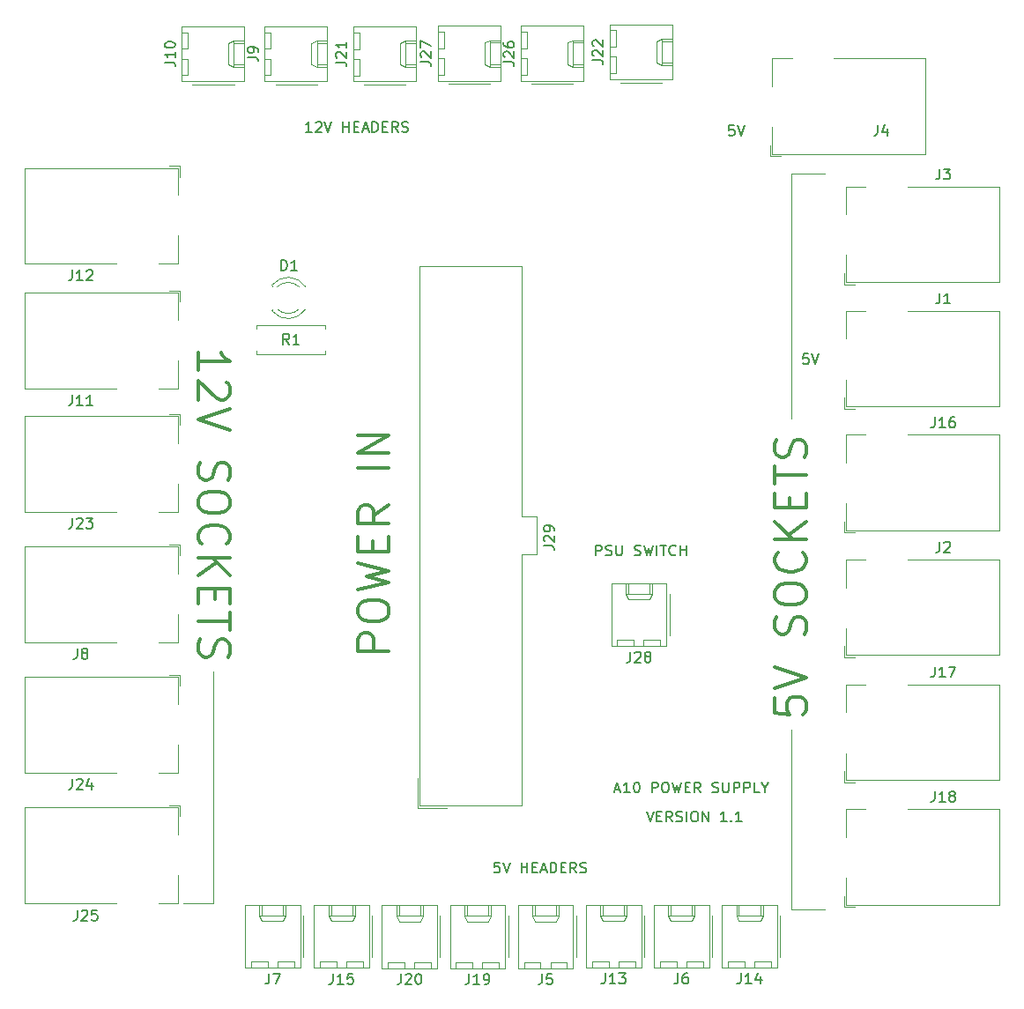
<source format=gbr>
%TF.GenerationSoftware,KiCad,Pcbnew,8.0.3*%
%TF.CreationDate,2024-12-02T19:38:21+10:00*%
%TF.ProjectId,a10 Power Distro PCB v1,61313020-506f-4776-9572-204469737472,rev?*%
%TF.SameCoordinates,Original*%
%TF.FileFunction,Legend,Top*%
%TF.FilePolarity,Positive*%
%FSLAX46Y46*%
G04 Gerber Fmt 4.6, Leading zero omitted, Abs format (unit mm)*
G04 Created by KiCad (PCBNEW 8.0.3) date 2024-12-02 19:38:21*
%MOMM*%
%LPD*%
G01*
G04 APERTURE LIST*
%ADD10C,0.120000*%
%ADD11C,0.300000*%
%ADD12C,0.150000*%
G04 APERTURE END LIST*
D10*
X18999200Y-64262000D02*
X19000000Y-86580000D01*
X74620000Y-16440000D02*
X77769600Y-16440000D01*
X74579200Y-83674400D02*
X74579200Y-87179600D01*
X74560000Y-69910000D02*
X74560000Y-83850000D01*
X74579200Y-39973200D02*
X74600000Y-16450000D01*
X74579200Y-87179600D02*
X77830400Y-87179600D01*
X19002400Y-86550000D02*
X16157600Y-86550000D01*
D11*
X17626942Y-35331428D02*
X17626942Y-33617142D01*
X17626942Y-34474285D02*
X20626942Y-34474285D01*
X20626942Y-34474285D02*
X20198371Y-34188571D01*
X20198371Y-34188571D02*
X19912657Y-33902856D01*
X19912657Y-33902856D02*
X19769800Y-33617142D01*
X20341228Y-36474285D02*
X20484085Y-36617142D01*
X20484085Y-36617142D02*
X20626942Y-36902857D01*
X20626942Y-36902857D02*
X20626942Y-37617142D01*
X20626942Y-37617142D02*
X20484085Y-37902857D01*
X20484085Y-37902857D02*
X20341228Y-38045714D01*
X20341228Y-38045714D02*
X20055514Y-38188571D01*
X20055514Y-38188571D02*
X19769800Y-38188571D01*
X19769800Y-38188571D02*
X19341228Y-38045714D01*
X19341228Y-38045714D02*
X17626942Y-36331428D01*
X17626942Y-36331428D02*
X17626942Y-38188571D01*
X20626942Y-39045714D02*
X17626942Y-40045714D01*
X17626942Y-40045714D02*
X20626942Y-41045714D01*
X17769800Y-44188571D02*
X17626942Y-44617143D01*
X17626942Y-44617143D02*
X17626942Y-45331428D01*
X17626942Y-45331428D02*
X17769800Y-45617143D01*
X17769800Y-45617143D02*
X17912657Y-45760000D01*
X17912657Y-45760000D02*
X18198371Y-45902857D01*
X18198371Y-45902857D02*
X18484085Y-45902857D01*
X18484085Y-45902857D02*
X18769800Y-45760000D01*
X18769800Y-45760000D02*
X18912657Y-45617143D01*
X18912657Y-45617143D02*
X19055514Y-45331428D01*
X19055514Y-45331428D02*
X19198371Y-44760000D01*
X19198371Y-44760000D02*
X19341228Y-44474285D01*
X19341228Y-44474285D02*
X19484085Y-44331428D01*
X19484085Y-44331428D02*
X19769800Y-44188571D01*
X19769800Y-44188571D02*
X20055514Y-44188571D01*
X20055514Y-44188571D02*
X20341228Y-44331428D01*
X20341228Y-44331428D02*
X20484085Y-44474285D01*
X20484085Y-44474285D02*
X20626942Y-44760000D01*
X20626942Y-44760000D02*
X20626942Y-45474285D01*
X20626942Y-45474285D02*
X20484085Y-45902857D01*
X20626942Y-47760000D02*
X20626942Y-48331428D01*
X20626942Y-48331428D02*
X20484085Y-48617143D01*
X20484085Y-48617143D02*
X20198371Y-48902857D01*
X20198371Y-48902857D02*
X19626942Y-49045714D01*
X19626942Y-49045714D02*
X18626942Y-49045714D01*
X18626942Y-49045714D02*
X18055514Y-48902857D01*
X18055514Y-48902857D02*
X17769800Y-48617143D01*
X17769800Y-48617143D02*
X17626942Y-48331428D01*
X17626942Y-48331428D02*
X17626942Y-47760000D01*
X17626942Y-47760000D02*
X17769800Y-47474286D01*
X17769800Y-47474286D02*
X18055514Y-47188571D01*
X18055514Y-47188571D02*
X18626942Y-47045714D01*
X18626942Y-47045714D02*
X19626942Y-47045714D01*
X19626942Y-47045714D02*
X20198371Y-47188571D01*
X20198371Y-47188571D02*
X20484085Y-47474286D01*
X20484085Y-47474286D02*
X20626942Y-47760000D01*
X17912657Y-52045714D02*
X17769800Y-51902857D01*
X17769800Y-51902857D02*
X17626942Y-51474285D01*
X17626942Y-51474285D02*
X17626942Y-51188571D01*
X17626942Y-51188571D02*
X17769800Y-50760000D01*
X17769800Y-50760000D02*
X18055514Y-50474285D01*
X18055514Y-50474285D02*
X18341228Y-50331428D01*
X18341228Y-50331428D02*
X18912657Y-50188571D01*
X18912657Y-50188571D02*
X19341228Y-50188571D01*
X19341228Y-50188571D02*
X19912657Y-50331428D01*
X19912657Y-50331428D02*
X20198371Y-50474285D01*
X20198371Y-50474285D02*
X20484085Y-50760000D01*
X20484085Y-50760000D02*
X20626942Y-51188571D01*
X20626942Y-51188571D02*
X20626942Y-51474285D01*
X20626942Y-51474285D02*
X20484085Y-51902857D01*
X20484085Y-51902857D02*
X20341228Y-52045714D01*
X17626942Y-53331428D02*
X20626942Y-53331428D01*
X17626942Y-55045714D02*
X19341228Y-53760000D01*
X20626942Y-55045714D02*
X18912657Y-53331428D01*
X19198371Y-56331428D02*
X19198371Y-57331428D01*
X17626942Y-57760000D02*
X17626942Y-56331428D01*
X17626942Y-56331428D02*
X20626942Y-56331428D01*
X20626942Y-56331428D02*
X20626942Y-57760000D01*
X20626942Y-58617143D02*
X20626942Y-60331429D01*
X17626942Y-59474286D02*
X20626942Y-59474286D01*
X17769800Y-61188571D02*
X17626942Y-61617143D01*
X17626942Y-61617143D02*
X17626942Y-62331428D01*
X17626942Y-62331428D02*
X17769800Y-62617143D01*
X17769800Y-62617143D02*
X17912657Y-62760000D01*
X17912657Y-62760000D02*
X18198371Y-62902857D01*
X18198371Y-62902857D02*
X18484085Y-62902857D01*
X18484085Y-62902857D02*
X18769800Y-62760000D01*
X18769800Y-62760000D02*
X18912657Y-62617143D01*
X18912657Y-62617143D02*
X19055514Y-62331428D01*
X19055514Y-62331428D02*
X19198371Y-61760000D01*
X19198371Y-61760000D02*
X19341228Y-61474285D01*
X19341228Y-61474285D02*
X19484085Y-61331428D01*
X19484085Y-61331428D02*
X19769800Y-61188571D01*
X19769800Y-61188571D02*
X20055514Y-61188571D01*
X20055514Y-61188571D02*
X20341228Y-61331428D01*
X20341228Y-61331428D02*
X20484085Y-61474285D01*
X20484085Y-61474285D02*
X20626942Y-61760000D01*
X20626942Y-61760000D02*
X20626942Y-62474285D01*
X20626942Y-62474285D02*
X20484085Y-62902857D01*
D12*
X55796667Y-53144819D02*
X55796667Y-52144819D01*
X55796667Y-52144819D02*
X56177619Y-52144819D01*
X56177619Y-52144819D02*
X56272857Y-52192438D01*
X56272857Y-52192438D02*
X56320476Y-52240057D01*
X56320476Y-52240057D02*
X56368095Y-52335295D01*
X56368095Y-52335295D02*
X56368095Y-52478152D01*
X56368095Y-52478152D02*
X56320476Y-52573390D01*
X56320476Y-52573390D02*
X56272857Y-52621009D01*
X56272857Y-52621009D02*
X56177619Y-52668628D01*
X56177619Y-52668628D02*
X55796667Y-52668628D01*
X56749048Y-53097200D02*
X56891905Y-53144819D01*
X56891905Y-53144819D02*
X57130000Y-53144819D01*
X57130000Y-53144819D02*
X57225238Y-53097200D01*
X57225238Y-53097200D02*
X57272857Y-53049580D01*
X57272857Y-53049580D02*
X57320476Y-52954342D01*
X57320476Y-52954342D02*
X57320476Y-52859104D01*
X57320476Y-52859104D02*
X57272857Y-52763866D01*
X57272857Y-52763866D02*
X57225238Y-52716247D01*
X57225238Y-52716247D02*
X57130000Y-52668628D01*
X57130000Y-52668628D02*
X56939524Y-52621009D01*
X56939524Y-52621009D02*
X56844286Y-52573390D01*
X56844286Y-52573390D02*
X56796667Y-52525771D01*
X56796667Y-52525771D02*
X56749048Y-52430533D01*
X56749048Y-52430533D02*
X56749048Y-52335295D01*
X56749048Y-52335295D02*
X56796667Y-52240057D01*
X56796667Y-52240057D02*
X56844286Y-52192438D01*
X56844286Y-52192438D02*
X56939524Y-52144819D01*
X56939524Y-52144819D02*
X57177619Y-52144819D01*
X57177619Y-52144819D02*
X57320476Y-52192438D01*
X57749048Y-52144819D02*
X57749048Y-52954342D01*
X57749048Y-52954342D02*
X57796667Y-53049580D01*
X57796667Y-53049580D02*
X57844286Y-53097200D01*
X57844286Y-53097200D02*
X57939524Y-53144819D01*
X57939524Y-53144819D02*
X58130000Y-53144819D01*
X58130000Y-53144819D02*
X58225238Y-53097200D01*
X58225238Y-53097200D02*
X58272857Y-53049580D01*
X58272857Y-53049580D02*
X58320476Y-52954342D01*
X58320476Y-52954342D02*
X58320476Y-52144819D01*
X59510953Y-53097200D02*
X59653810Y-53144819D01*
X59653810Y-53144819D02*
X59891905Y-53144819D01*
X59891905Y-53144819D02*
X59987143Y-53097200D01*
X59987143Y-53097200D02*
X60034762Y-53049580D01*
X60034762Y-53049580D02*
X60082381Y-52954342D01*
X60082381Y-52954342D02*
X60082381Y-52859104D01*
X60082381Y-52859104D02*
X60034762Y-52763866D01*
X60034762Y-52763866D02*
X59987143Y-52716247D01*
X59987143Y-52716247D02*
X59891905Y-52668628D01*
X59891905Y-52668628D02*
X59701429Y-52621009D01*
X59701429Y-52621009D02*
X59606191Y-52573390D01*
X59606191Y-52573390D02*
X59558572Y-52525771D01*
X59558572Y-52525771D02*
X59510953Y-52430533D01*
X59510953Y-52430533D02*
X59510953Y-52335295D01*
X59510953Y-52335295D02*
X59558572Y-52240057D01*
X59558572Y-52240057D02*
X59606191Y-52192438D01*
X59606191Y-52192438D02*
X59701429Y-52144819D01*
X59701429Y-52144819D02*
X59939524Y-52144819D01*
X59939524Y-52144819D02*
X60082381Y-52192438D01*
X60415715Y-52144819D02*
X60653810Y-53144819D01*
X60653810Y-53144819D02*
X60844286Y-52430533D01*
X60844286Y-52430533D02*
X61034762Y-53144819D01*
X61034762Y-53144819D02*
X61272858Y-52144819D01*
X61653810Y-53144819D02*
X61653810Y-52144819D01*
X61987143Y-52144819D02*
X62558571Y-52144819D01*
X62272857Y-53144819D02*
X62272857Y-52144819D01*
X63463333Y-53049580D02*
X63415714Y-53097200D01*
X63415714Y-53097200D02*
X63272857Y-53144819D01*
X63272857Y-53144819D02*
X63177619Y-53144819D01*
X63177619Y-53144819D02*
X63034762Y-53097200D01*
X63034762Y-53097200D02*
X62939524Y-53001961D01*
X62939524Y-53001961D02*
X62891905Y-52906723D01*
X62891905Y-52906723D02*
X62844286Y-52716247D01*
X62844286Y-52716247D02*
X62844286Y-52573390D01*
X62844286Y-52573390D02*
X62891905Y-52382914D01*
X62891905Y-52382914D02*
X62939524Y-52287676D01*
X62939524Y-52287676D02*
X63034762Y-52192438D01*
X63034762Y-52192438D02*
X63177619Y-52144819D01*
X63177619Y-52144819D02*
X63272857Y-52144819D01*
X63272857Y-52144819D02*
X63415714Y-52192438D01*
X63415714Y-52192438D02*
X63463333Y-52240057D01*
X63891905Y-53144819D02*
X63891905Y-52144819D01*
X63891905Y-52621009D02*
X64463333Y-52621009D01*
X64463333Y-53144819D02*
X64463333Y-52144819D01*
X46535237Y-82614819D02*
X46059047Y-82614819D01*
X46059047Y-82614819D02*
X46011428Y-83091009D01*
X46011428Y-83091009D02*
X46059047Y-83043390D01*
X46059047Y-83043390D02*
X46154285Y-82995771D01*
X46154285Y-82995771D02*
X46392380Y-82995771D01*
X46392380Y-82995771D02*
X46487618Y-83043390D01*
X46487618Y-83043390D02*
X46535237Y-83091009D01*
X46535237Y-83091009D02*
X46582856Y-83186247D01*
X46582856Y-83186247D02*
X46582856Y-83424342D01*
X46582856Y-83424342D02*
X46535237Y-83519580D01*
X46535237Y-83519580D02*
X46487618Y-83567200D01*
X46487618Y-83567200D02*
X46392380Y-83614819D01*
X46392380Y-83614819D02*
X46154285Y-83614819D01*
X46154285Y-83614819D02*
X46059047Y-83567200D01*
X46059047Y-83567200D02*
X46011428Y-83519580D01*
X46868571Y-82614819D02*
X47201904Y-83614819D01*
X47201904Y-83614819D02*
X47535237Y-82614819D01*
X48630476Y-83614819D02*
X48630476Y-82614819D01*
X48630476Y-83091009D02*
X49201904Y-83091009D01*
X49201904Y-83614819D02*
X49201904Y-82614819D01*
X49678095Y-83091009D02*
X50011428Y-83091009D01*
X50154285Y-83614819D02*
X49678095Y-83614819D01*
X49678095Y-83614819D02*
X49678095Y-82614819D01*
X49678095Y-82614819D02*
X50154285Y-82614819D01*
X50535238Y-83329104D02*
X51011428Y-83329104D01*
X50440000Y-83614819D02*
X50773333Y-82614819D01*
X50773333Y-82614819D02*
X51106666Y-83614819D01*
X51440000Y-83614819D02*
X51440000Y-82614819D01*
X51440000Y-82614819D02*
X51678095Y-82614819D01*
X51678095Y-82614819D02*
X51820952Y-82662438D01*
X51820952Y-82662438D02*
X51916190Y-82757676D01*
X51916190Y-82757676D02*
X51963809Y-82852914D01*
X51963809Y-82852914D02*
X52011428Y-83043390D01*
X52011428Y-83043390D02*
X52011428Y-83186247D01*
X52011428Y-83186247D02*
X51963809Y-83376723D01*
X51963809Y-83376723D02*
X51916190Y-83471961D01*
X51916190Y-83471961D02*
X51820952Y-83567200D01*
X51820952Y-83567200D02*
X51678095Y-83614819D01*
X51678095Y-83614819D02*
X51440000Y-83614819D01*
X52440000Y-83091009D02*
X52773333Y-83091009D01*
X52916190Y-83614819D02*
X52440000Y-83614819D01*
X52440000Y-83614819D02*
X52440000Y-82614819D01*
X52440000Y-82614819D02*
X52916190Y-82614819D01*
X53916190Y-83614819D02*
X53582857Y-83138628D01*
X53344762Y-83614819D02*
X53344762Y-82614819D01*
X53344762Y-82614819D02*
X53725714Y-82614819D01*
X53725714Y-82614819D02*
X53820952Y-82662438D01*
X53820952Y-82662438D02*
X53868571Y-82710057D01*
X53868571Y-82710057D02*
X53916190Y-82805295D01*
X53916190Y-82805295D02*
X53916190Y-82948152D01*
X53916190Y-82948152D02*
X53868571Y-83043390D01*
X53868571Y-83043390D02*
X53820952Y-83091009D01*
X53820952Y-83091009D02*
X53725714Y-83138628D01*
X53725714Y-83138628D02*
X53344762Y-83138628D01*
X54297143Y-83567200D02*
X54440000Y-83614819D01*
X54440000Y-83614819D02*
X54678095Y-83614819D01*
X54678095Y-83614819D02*
X54773333Y-83567200D01*
X54773333Y-83567200D02*
X54820952Y-83519580D01*
X54820952Y-83519580D02*
X54868571Y-83424342D01*
X54868571Y-83424342D02*
X54868571Y-83329104D01*
X54868571Y-83329104D02*
X54820952Y-83233866D01*
X54820952Y-83233866D02*
X54773333Y-83186247D01*
X54773333Y-83186247D02*
X54678095Y-83138628D01*
X54678095Y-83138628D02*
X54487619Y-83091009D01*
X54487619Y-83091009D02*
X54392381Y-83043390D01*
X54392381Y-83043390D02*
X54344762Y-82995771D01*
X54344762Y-82995771D02*
X54297143Y-82900533D01*
X54297143Y-82900533D02*
X54297143Y-82805295D01*
X54297143Y-82805295D02*
X54344762Y-82710057D01*
X54344762Y-82710057D02*
X54392381Y-82662438D01*
X54392381Y-82662438D02*
X54487619Y-82614819D01*
X54487619Y-82614819D02*
X54725714Y-82614819D01*
X54725714Y-82614819D02*
X54868571Y-82662438D01*
D11*
X73002257Y-66856056D02*
X73002257Y-68284628D01*
X73002257Y-68284628D02*
X74430828Y-68427485D01*
X74430828Y-68427485D02*
X74287971Y-68284628D01*
X74287971Y-68284628D02*
X74145114Y-67998914D01*
X74145114Y-67998914D02*
X74145114Y-67284628D01*
X74145114Y-67284628D02*
X74287971Y-66998914D01*
X74287971Y-66998914D02*
X74430828Y-66856056D01*
X74430828Y-66856056D02*
X74716542Y-66713199D01*
X74716542Y-66713199D02*
X75430828Y-66713199D01*
X75430828Y-66713199D02*
X75716542Y-66856056D01*
X75716542Y-66856056D02*
X75859400Y-66998914D01*
X75859400Y-66998914D02*
X76002257Y-67284628D01*
X76002257Y-67284628D02*
X76002257Y-67998914D01*
X76002257Y-67998914D02*
X75859400Y-68284628D01*
X75859400Y-68284628D02*
X75716542Y-68427485D01*
X73002257Y-65856056D02*
X76002257Y-64856056D01*
X76002257Y-64856056D02*
X73002257Y-63856056D01*
X75859400Y-60713199D02*
X76002257Y-60284628D01*
X76002257Y-60284628D02*
X76002257Y-59570342D01*
X76002257Y-59570342D02*
X75859400Y-59284628D01*
X75859400Y-59284628D02*
X75716542Y-59141770D01*
X75716542Y-59141770D02*
X75430828Y-58998913D01*
X75430828Y-58998913D02*
X75145114Y-58998913D01*
X75145114Y-58998913D02*
X74859400Y-59141770D01*
X74859400Y-59141770D02*
X74716542Y-59284628D01*
X74716542Y-59284628D02*
X74573685Y-59570342D01*
X74573685Y-59570342D02*
X74430828Y-60141770D01*
X74430828Y-60141770D02*
X74287971Y-60427485D01*
X74287971Y-60427485D02*
X74145114Y-60570342D01*
X74145114Y-60570342D02*
X73859400Y-60713199D01*
X73859400Y-60713199D02*
X73573685Y-60713199D01*
X73573685Y-60713199D02*
X73287971Y-60570342D01*
X73287971Y-60570342D02*
X73145114Y-60427485D01*
X73145114Y-60427485D02*
X73002257Y-60141770D01*
X73002257Y-60141770D02*
X73002257Y-59427485D01*
X73002257Y-59427485D02*
X73145114Y-58998913D01*
X73002257Y-57141770D02*
X73002257Y-56570342D01*
X73002257Y-56570342D02*
X73145114Y-56284627D01*
X73145114Y-56284627D02*
X73430828Y-55998913D01*
X73430828Y-55998913D02*
X74002257Y-55856056D01*
X74002257Y-55856056D02*
X75002257Y-55856056D01*
X75002257Y-55856056D02*
X75573685Y-55998913D01*
X75573685Y-55998913D02*
X75859400Y-56284627D01*
X75859400Y-56284627D02*
X76002257Y-56570342D01*
X76002257Y-56570342D02*
X76002257Y-57141770D01*
X76002257Y-57141770D02*
X75859400Y-57427485D01*
X75859400Y-57427485D02*
X75573685Y-57713199D01*
X75573685Y-57713199D02*
X75002257Y-57856056D01*
X75002257Y-57856056D02*
X74002257Y-57856056D01*
X74002257Y-57856056D02*
X73430828Y-57713199D01*
X73430828Y-57713199D02*
X73145114Y-57427485D01*
X73145114Y-57427485D02*
X73002257Y-57141770D01*
X75716542Y-52856056D02*
X75859400Y-52998913D01*
X75859400Y-52998913D02*
X76002257Y-53427485D01*
X76002257Y-53427485D02*
X76002257Y-53713199D01*
X76002257Y-53713199D02*
X75859400Y-54141770D01*
X75859400Y-54141770D02*
X75573685Y-54427485D01*
X75573685Y-54427485D02*
X75287971Y-54570342D01*
X75287971Y-54570342D02*
X74716542Y-54713199D01*
X74716542Y-54713199D02*
X74287971Y-54713199D01*
X74287971Y-54713199D02*
X73716542Y-54570342D01*
X73716542Y-54570342D02*
X73430828Y-54427485D01*
X73430828Y-54427485D02*
X73145114Y-54141770D01*
X73145114Y-54141770D02*
X73002257Y-53713199D01*
X73002257Y-53713199D02*
X73002257Y-53427485D01*
X73002257Y-53427485D02*
X73145114Y-52998913D01*
X73145114Y-52998913D02*
X73287971Y-52856056D01*
X76002257Y-51570342D02*
X73002257Y-51570342D01*
X76002257Y-49856056D02*
X74287971Y-51141770D01*
X73002257Y-49856056D02*
X74716542Y-51570342D01*
X74430828Y-48570342D02*
X74430828Y-47570342D01*
X76002257Y-47141770D02*
X76002257Y-48570342D01*
X76002257Y-48570342D02*
X73002257Y-48570342D01*
X73002257Y-48570342D02*
X73002257Y-47141770D01*
X73002257Y-46284627D02*
X73002257Y-44570342D01*
X76002257Y-45427484D02*
X73002257Y-45427484D01*
X75859400Y-43713199D02*
X76002257Y-43284628D01*
X76002257Y-43284628D02*
X76002257Y-42570342D01*
X76002257Y-42570342D02*
X75859400Y-42284628D01*
X75859400Y-42284628D02*
X75716542Y-42141770D01*
X75716542Y-42141770D02*
X75430828Y-41998913D01*
X75430828Y-41998913D02*
X75145114Y-41998913D01*
X75145114Y-41998913D02*
X74859400Y-42141770D01*
X74859400Y-42141770D02*
X74716542Y-42284628D01*
X74716542Y-42284628D02*
X74573685Y-42570342D01*
X74573685Y-42570342D02*
X74430828Y-43141770D01*
X74430828Y-43141770D02*
X74287971Y-43427485D01*
X74287971Y-43427485D02*
X74145114Y-43570342D01*
X74145114Y-43570342D02*
X73859400Y-43713199D01*
X73859400Y-43713199D02*
X73573685Y-43713199D01*
X73573685Y-43713199D02*
X73287971Y-43570342D01*
X73287971Y-43570342D02*
X73145114Y-43427485D01*
X73145114Y-43427485D02*
X73002257Y-43141770D01*
X73002257Y-43141770D02*
X73002257Y-42427485D01*
X73002257Y-42427485D02*
X73145114Y-41998913D01*
D12*
X28506666Y-12454819D02*
X27935238Y-12454819D01*
X28220952Y-12454819D02*
X28220952Y-11454819D01*
X28220952Y-11454819D02*
X28125714Y-11597676D01*
X28125714Y-11597676D02*
X28030476Y-11692914D01*
X28030476Y-11692914D02*
X27935238Y-11740533D01*
X28887619Y-11550057D02*
X28935238Y-11502438D01*
X28935238Y-11502438D02*
X29030476Y-11454819D01*
X29030476Y-11454819D02*
X29268571Y-11454819D01*
X29268571Y-11454819D02*
X29363809Y-11502438D01*
X29363809Y-11502438D02*
X29411428Y-11550057D01*
X29411428Y-11550057D02*
X29459047Y-11645295D01*
X29459047Y-11645295D02*
X29459047Y-11740533D01*
X29459047Y-11740533D02*
X29411428Y-11883390D01*
X29411428Y-11883390D02*
X28840000Y-12454819D01*
X28840000Y-12454819D02*
X29459047Y-12454819D01*
X29744762Y-11454819D02*
X30078095Y-12454819D01*
X30078095Y-12454819D02*
X30411428Y-11454819D01*
X31506667Y-12454819D02*
X31506667Y-11454819D01*
X31506667Y-11931009D02*
X32078095Y-11931009D01*
X32078095Y-12454819D02*
X32078095Y-11454819D01*
X32554286Y-11931009D02*
X32887619Y-11931009D01*
X33030476Y-12454819D02*
X32554286Y-12454819D01*
X32554286Y-12454819D02*
X32554286Y-11454819D01*
X32554286Y-11454819D02*
X33030476Y-11454819D01*
X33411429Y-12169104D02*
X33887619Y-12169104D01*
X33316191Y-12454819D02*
X33649524Y-11454819D01*
X33649524Y-11454819D02*
X33982857Y-12454819D01*
X34316191Y-12454819D02*
X34316191Y-11454819D01*
X34316191Y-11454819D02*
X34554286Y-11454819D01*
X34554286Y-11454819D02*
X34697143Y-11502438D01*
X34697143Y-11502438D02*
X34792381Y-11597676D01*
X34792381Y-11597676D02*
X34840000Y-11692914D01*
X34840000Y-11692914D02*
X34887619Y-11883390D01*
X34887619Y-11883390D02*
X34887619Y-12026247D01*
X34887619Y-12026247D02*
X34840000Y-12216723D01*
X34840000Y-12216723D02*
X34792381Y-12311961D01*
X34792381Y-12311961D02*
X34697143Y-12407200D01*
X34697143Y-12407200D02*
X34554286Y-12454819D01*
X34554286Y-12454819D02*
X34316191Y-12454819D01*
X35316191Y-11931009D02*
X35649524Y-11931009D01*
X35792381Y-12454819D02*
X35316191Y-12454819D01*
X35316191Y-12454819D02*
X35316191Y-11454819D01*
X35316191Y-11454819D02*
X35792381Y-11454819D01*
X36792381Y-12454819D02*
X36459048Y-11978628D01*
X36220953Y-12454819D02*
X36220953Y-11454819D01*
X36220953Y-11454819D02*
X36601905Y-11454819D01*
X36601905Y-11454819D02*
X36697143Y-11502438D01*
X36697143Y-11502438D02*
X36744762Y-11550057D01*
X36744762Y-11550057D02*
X36792381Y-11645295D01*
X36792381Y-11645295D02*
X36792381Y-11788152D01*
X36792381Y-11788152D02*
X36744762Y-11883390D01*
X36744762Y-11883390D02*
X36697143Y-11931009D01*
X36697143Y-11931009D02*
X36601905Y-11978628D01*
X36601905Y-11978628D02*
X36220953Y-11978628D01*
X37173334Y-12407200D02*
X37316191Y-12454819D01*
X37316191Y-12454819D02*
X37554286Y-12454819D01*
X37554286Y-12454819D02*
X37649524Y-12407200D01*
X37649524Y-12407200D02*
X37697143Y-12359580D01*
X37697143Y-12359580D02*
X37744762Y-12264342D01*
X37744762Y-12264342D02*
X37744762Y-12169104D01*
X37744762Y-12169104D02*
X37697143Y-12073866D01*
X37697143Y-12073866D02*
X37649524Y-12026247D01*
X37649524Y-12026247D02*
X37554286Y-11978628D01*
X37554286Y-11978628D02*
X37363810Y-11931009D01*
X37363810Y-11931009D02*
X37268572Y-11883390D01*
X37268572Y-11883390D02*
X37220953Y-11835771D01*
X37220953Y-11835771D02*
X37173334Y-11740533D01*
X37173334Y-11740533D02*
X37173334Y-11645295D01*
X37173334Y-11645295D02*
X37220953Y-11550057D01*
X37220953Y-11550057D02*
X37268572Y-11502438D01*
X37268572Y-11502438D02*
X37363810Y-11454819D01*
X37363810Y-11454819D02*
X37601905Y-11454819D01*
X37601905Y-11454819D02*
X37744762Y-11502438D01*
X60660953Y-77714819D02*
X60994286Y-78714819D01*
X60994286Y-78714819D02*
X61327619Y-77714819D01*
X61660953Y-78191009D02*
X61994286Y-78191009D01*
X62137143Y-78714819D02*
X61660953Y-78714819D01*
X61660953Y-78714819D02*
X61660953Y-77714819D01*
X61660953Y-77714819D02*
X62137143Y-77714819D01*
X63137143Y-78714819D02*
X62803810Y-78238628D01*
X62565715Y-78714819D02*
X62565715Y-77714819D01*
X62565715Y-77714819D02*
X62946667Y-77714819D01*
X62946667Y-77714819D02*
X63041905Y-77762438D01*
X63041905Y-77762438D02*
X63089524Y-77810057D01*
X63089524Y-77810057D02*
X63137143Y-77905295D01*
X63137143Y-77905295D02*
X63137143Y-78048152D01*
X63137143Y-78048152D02*
X63089524Y-78143390D01*
X63089524Y-78143390D02*
X63041905Y-78191009D01*
X63041905Y-78191009D02*
X62946667Y-78238628D01*
X62946667Y-78238628D02*
X62565715Y-78238628D01*
X63518096Y-78667200D02*
X63660953Y-78714819D01*
X63660953Y-78714819D02*
X63899048Y-78714819D01*
X63899048Y-78714819D02*
X63994286Y-78667200D01*
X63994286Y-78667200D02*
X64041905Y-78619580D01*
X64041905Y-78619580D02*
X64089524Y-78524342D01*
X64089524Y-78524342D02*
X64089524Y-78429104D01*
X64089524Y-78429104D02*
X64041905Y-78333866D01*
X64041905Y-78333866D02*
X63994286Y-78286247D01*
X63994286Y-78286247D02*
X63899048Y-78238628D01*
X63899048Y-78238628D02*
X63708572Y-78191009D01*
X63708572Y-78191009D02*
X63613334Y-78143390D01*
X63613334Y-78143390D02*
X63565715Y-78095771D01*
X63565715Y-78095771D02*
X63518096Y-78000533D01*
X63518096Y-78000533D02*
X63518096Y-77905295D01*
X63518096Y-77905295D02*
X63565715Y-77810057D01*
X63565715Y-77810057D02*
X63613334Y-77762438D01*
X63613334Y-77762438D02*
X63708572Y-77714819D01*
X63708572Y-77714819D02*
X63946667Y-77714819D01*
X63946667Y-77714819D02*
X64089524Y-77762438D01*
X64518096Y-78714819D02*
X64518096Y-77714819D01*
X65184762Y-77714819D02*
X65375238Y-77714819D01*
X65375238Y-77714819D02*
X65470476Y-77762438D01*
X65470476Y-77762438D02*
X65565714Y-77857676D01*
X65565714Y-77857676D02*
X65613333Y-78048152D01*
X65613333Y-78048152D02*
X65613333Y-78381485D01*
X65613333Y-78381485D02*
X65565714Y-78571961D01*
X65565714Y-78571961D02*
X65470476Y-78667200D01*
X65470476Y-78667200D02*
X65375238Y-78714819D01*
X65375238Y-78714819D02*
X65184762Y-78714819D01*
X65184762Y-78714819D02*
X65089524Y-78667200D01*
X65089524Y-78667200D02*
X64994286Y-78571961D01*
X64994286Y-78571961D02*
X64946667Y-78381485D01*
X64946667Y-78381485D02*
X64946667Y-78048152D01*
X64946667Y-78048152D02*
X64994286Y-77857676D01*
X64994286Y-77857676D02*
X65089524Y-77762438D01*
X65089524Y-77762438D02*
X65184762Y-77714819D01*
X66041905Y-78714819D02*
X66041905Y-77714819D01*
X66041905Y-77714819D02*
X66613333Y-78714819D01*
X66613333Y-78714819D02*
X66613333Y-77714819D01*
X68375238Y-78714819D02*
X67803810Y-78714819D01*
X68089524Y-78714819D02*
X68089524Y-77714819D01*
X68089524Y-77714819D02*
X67994286Y-77857676D01*
X67994286Y-77857676D02*
X67899048Y-77952914D01*
X67899048Y-77952914D02*
X67803810Y-78000533D01*
X68803810Y-78619580D02*
X68851429Y-78667200D01*
X68851429Y-78667200D02*
X68803810Y-78714819D01*
X68803810Y-78714819D02*
X68756191Y-78667200D01*
X68756191Y-78667200D02*
X68803810Y-78619580D01*
X68803810Y-78619580D02*
X68803810Y-78714819D01*
X69803809Y-78714819D02*
X69232381Y-78714819D01*
X69518095Y-78714819D02*
X69518095Y-77714819D01*
X69518095Y-77714819D02*
X69422857Y-77857676D01*
X69422857Y-77857676D02*
X69327619Y-77952914D01*
X69327619Y-77952914D02*
X69232381Y-78000533D01*
X57616666Y-75629104D02*
X58092856Y-75629104D01*
X57521428Y-75914819D02*
X57854761Y-74914819D01*
X57854761Y-74914819D02*
X58188094Y-75914819D01*
X59045237Y-75914819D02*
X58473809Y-75914819D01*
X58759523Y-75914819D02*
X58759523Y-74914819D01*
X58759523Y-74914819D02*
X58664285Y-75057676D01*
X58664285Y-75057676D02*
X58569047Y-75152914D01*
X58569047Y-75152914D02*
X58473809Y-75200533D01*
X59664285Y-74914819D02*
X59759523Y-74914819D01*
X59759523Y-74914819D02*
X59854761Y-74962438D01*
X59854761Y-74962438D02*
X59902380Y-75010057D01*
X59902380Y-75010057D02*
X59949999Y-75105295D01*
X59949999Y-75105295D02*
X59997618Y-75295771D01*
X59997618Y-75295771D02*
X59997618Y-75533866D01*
X59997618Y-75533866D02*
X59949999Y-75724342D01*
X59949999Y-75724342D02*
X59902380Y-75819580D01*
X59902380Y-75819580D02*
X59854761Y-75867200D01*
X59854761Y-75867200D02*
X59759523Y-75914819D01*
X59759523Y-75914819D02*
X59664285Y-75914819D01*
X59664285Y-75914819D02*
X59569047Y-75867200D01*
X59569047Y-75867200D02*
X59521428Y-75819580D01*
X59521428Y-75819580D02*
X59473809Y-75724342D01*
X59473809Y-75724342D02*
X59426190Y-75533866D01*
X59426190Y-75533866D02*
X59426190Y-75295771D01*
X59426190Y-75295771D02*
X59473809Y-75105295D01*
X59473809Y-75105295D02*
X59521428Y-75010057D01*
X59521428Y-75010057D02*
X59569047Y-74962438D01*
X59569047Y-74962438D02*
X59664285Y-74914819D01*
X61188095Y-75914819D02*
X61188095Y-74914819D01*
X61188095Y-74914819D02*
X61569047Y-74914819D01*
X61569047Y-74914819D02*
X61664285Y-74962438D01*
X61664285Y-74962438D02*
X61711904Y-75010057D01*
X61711904Y-75010057D02*
X61759523Y-75105295D01*
X61759523Y-75105295D02*
X61759523Y-75248152D01*
X61759523Y-75248152D02*
X61711904Y-75343390D01*
X61711904Y-75343390D02*
X61664285Y-75391009D01*
X61664285Y-75391009D02*
X61569047Y-75438628D01*
X61569047Y-75438628D02*
X61188095Y-75438628D01*
X62378571Y-74914819D02*
X62569047Y-74914819D01*
X62569047Y-74914819D02*
X62664285Y-74962438D01*
X62664285Y-74962438D02*
X62759523Y-75057676D01*
X62759523Y-75057676D02*
X62807142Y-75248152D01*
X62807142Y-75248152D02*
X62807142Y-75581485D01*
X62807142Y-75581485D02*
X62759523Y-75771961D01*
X62759523Y-75771961D02*
X62664285Y-75867200D01*
X62664285Y-75867200D02*
X62569047Y-75914819D01*
X62569047Y-75914819D02*
X62378571Y-75914819D01*
X62378571Y-75914819D02*
X62283333Y-75867200D01*
X62283333Y-75867200D02*
X62188095Y-75771961D01*
X62188095Y-75771961D02*
X62140476Y-75581485D01*
X62140476Y-75581485D02*
X62140476Y-75248152D01*
X62140476Y-75248152D02*
X62188095Y-75057676D01*
X62188095Y-75057676D02*
X62283333Y-74962438D01*
X62283333Y-74962438D02*
X62378571Y-74914819D01*
X63140476Y-74914819D02*
X63378571Y-75914819D01*
X63378571Y-75914819D02*
X63569047Y-75200533D01*
X63569047Y-75200533D02*
X63759523Y-75914819D01*
X63759523Y-75914819D02*
X63997619Y-74914819D01*
X64378571Y-75391009D02*
X64711904Y-75391009D01*
X64854761Y-75914819D02*
X64378571Y-75914819D01*
X64378571Y-75914819D02*
X64378571Y-74914819D01*
X64378571Y-74914819D02*
X64854761Y-74914819D01*
X65854761Y-75914819D02*
X65521428Y-75438628D01*
X65283333Y-75914819D02*
X65283333Y-74914819D01*
X65283333Y-74914819D02*
X65664285Y-74914819D01*
X65664285Y-74914819D02*
X65759523Y-74962438D01*
X65759523Y-74962438D02*
X65807142Y-75010057D01*
X65807142Y-75010057D02*
X65854761Y-75105295D01*
X65854761Y-75105295D02*
X65854761Y-75248152D01*
X65854761Y-75248152D02*
X65807142Y-75343390D01*
X65807142Y-75343390D02*
X65759523Y-75391009D01*
X65759523Y-75391009D02*
X65664285Y-75438628D01*
X65664285Y-75438628D02*
X65283333Y-75438628D01*
X66997619Y-75867200D02*
X67140476Y-75914819D01*
X67140476Y-75914819D02*
X67378571Y-75914819D01*
X67378571Y-75914819D02*
X67473809Y-75867200D01*
X67473809Y-75867200D02*
X67521428Y-75819580D01*
X67521428Y-75819580D02*
X67569047Y-75724342D01*
X67569047Y-75724342D02*
X67569047Y-75629104D01*
X67569047Y-75629104D02*
X67521428Y-75533866D01*
X67521428Y-75533866D02*
X67473809Y-75486247D01*
X67473809Y-75486247D02*
X67378571Y-75438628D01*
X67378571Y-75438628D02*
X67188095Y-75391009D01*
X67188095Y-75391009D02*
X67092857Y-75343390D01*
X67092857Y-75343390D02*
X67045238Y-75295771D01*
X67045238Y-75295771D02*
X66997619Y-75200533D01*
X66997619Y-75200533D02*
X66997619Y-75105295D01*
X66997619Y-75105295D02*
X67045238Y-75010057D01*
X67045238Y-75010057D02*
X67092857Y-74962438D01*
X67092857Y-74962438D02*
X67188095Y-74914819D01*
X67188095Y-74914819D02*
X67426190Y-74914819D01*
X67426190Y-74914819D02*
X67569047Y-74962438D01*
X67997619Y-74914819D02*
X67997619Y-75724342D01*
X67997619Y-75724342D02*
X68045238Y-75819580D01*
X68045238Y-75819580D02*
X68092857Y-75867200D01*
X68092857Y-75867200D02*
X68188095Y-75914819D01*
X68188095Y-75914819D02*
X68378571Y-75914819D01*
X68378571Y-75914819D02*
X68473809Y-75867200D01*
X68473809Y-75867200D02*
X68521428Y-75819580D01*
X68521428Y-75819580D02*
X68569047Y-75724342D01*
X68569047Y-75724342D02*
X68569047Y-74914819D01*
X69045238Y-75914819D02*
X69045238Y-74914819D01*
X69045238Y-74914819D02*
X69426190Y-74914819D01*
X69426190Y-74914819D02*
X69521428Y-74962438D01*
X69521428Y-74962438D02*
X69569047Y-75010057D01*
X69569047Y-75010057D02*
X69616666Y-75105295D01*
X69616666Y-75105295D02*
X69616666Y-75248152D01*
X69616666Y-75248152D02*
X69569047Y-75343390D01*
X69569047Y-75343390D02*
X69521428Y-75391009D01*
X69521428Y-75391009D02*
X69426190Y-75438628D01*
X69426190Y-75438628D02*
X69045238Y-75438628D01*
X70045238Y-75914819D02*
X70045238Y-74914819D01*
X70045238Y-74914819D02*
X70426190Y-74914819D01*
X70426190Y-74914819D02*
X70521428Y-74962438D01*
X70521428Y-74962438D02*
X70569047Y-75010057D01*
X70569047Y-75010057D02*
X70616666Y-75105295D01*
X70616666Y-75105295D02*
X70616666Y-75248152D01*
X70616666Y-75248152D02*
X70569047Y-75343390D01*
X70569047Y-75343390D02*
X70521428Y-75391009D01*
X70521428Y-75391009D02*
X70426190Y-75438628D01*
X70426190Y-75438628D02*
X70045238Y-75438628D01*
X71521428Y-75914819D02*
X71045238Y-75914819D01*
X71045238Y-75914819D02*
X71045238Y-74914819D01*
X72045238Y-75438628D02*
X72045238Y-75914819D01*
X71711905Y-74914819D02*
X72045238Y-75438628D01*
X72045238Y-75438628D02*
X72378571Y-74914819D01*
D11*
X35912257Y-62307142D02*
X32912257Y-62307142D01*
X32912257Y-62307142D02*
X32912257Y-61164285D01*
X32912257Y-61164285D02*
X33055114Y-60878570D01*
X33055114Y-60878570D02*
X33197971Y-60735713D01*
X33197971Y-60735713D02*
X33483685Y-60592856D01*
X33483685Y-60592856D02*
X33912257Y-60592856D01*
X33912257Y-60592856D02*
X34197971Y-60735713D01*
X34197971Y-60735713D02*
X34340828Y-60878570D01*
X34340828Y-60878570D02*
X34483685Y-61164285D01*
X34483685Y-61164285D02*
X34483685Y-62307142D01*
X32912257Y-58735713D02*
X32912257Y-58164285D01*
X32912257Y-58164285D02*
X33055114Y-57878570D01*
X33055114Y-57878570D02*
X33340828Y-57592856D01*
X33340828Y-57592856D02*
X33912257Y-57449999D01*
X33912257Y-57449999D02*
X34912257Y-57449999D01*
X34912257Y-57449999D02*
X35483685Y-57592856D01*
X35483685Y-57592856D02*
X35769400Y-57878570D01*
X35769400Y-57878570D02*
X35912257Y-58164285D01*
X35912257Y-58164285D02*
X35912257Y-58735713D01*
X35912257Y-58735713D02*
X35769400Y-59021428D01*
X35769400Y-59021428D02*
X35483685Y-59307142D01*
X35483685Y-59307142D02*
X34912257Y-59449999D01*
X34912257Y-59449999D02*
X33912257Y-59449999D01*
X33912257Y-59449999D02*
X33340828Y-59307142D01*
X33340828Y-59307142D02*
X33055114Y-59021428D01*
X33055114Y-59021428D02*
X32912257Y-58735713D01*
X32912257Y-56449999D02*
X35912257Y-55735713D01*
X35912257Y-55735713D02*
X33769400Y-55164285D01*
X33769400Y-55164285D02*
X35912257Y-54592856D01*
X35912257Y-54592856D02*
X32912257Y-53878571D01*
X34340828Y-52735714D02*
X34340828Y-51735714D01*
X35912257Y-51307142D02*
X35912257Y-52735714D01*
X35912257Y-52735714D02*
X32912257Y-52735714D01*
X32912257Y-52735714D02*
X32912257Y-51307142D01*
X35912257Y-48307142D02*
X34483685Y-49307142D01*
X35912257Y-50021428D02*
X32912257Y-50021428D01*
X32912257Y-50021428D02*
X32912257Y-48878571D01*
X32912257Y-48878571D02*
X33055114Y-48592856D01*
X33055114Y-48592856D02*
X33197971Y-48449999D01*
X33197971Y-48449999D02*
X33483685Y-48307142D01*
X33483685Y-48307142D02*
X33912257Y-48307142D01*
X33912257Y-48307142D02*
X34197971Y-48449999D01*
X34197971Y-48449999D02*
X34340828Y-48592856D01*
X34340828Y-48592856D02*
X34483685Y-48878571D01*
X34483685Y-48878571D02*
X34483685Y-50021428D01*
X35912257Y-44735714D02*
X32912257Y-44735714D01*
X35912257Y-43307143D02*
X32912257Y-43307143D01*
X32912257Y-43307143D02*
X35912257Y-41592857D01*
X35912257Y-41592857D02*
X32912257Y-41592857D01*
D12*
X50624866Y-93325619D02*
X50624866Y-94039904D01*
X50624866Y-94039904D02*
X50577247Y-94182761D01*
X50577247Y-94182761D02*
X50482009Y-94278000D01*
X50482009Y-94278000D02*
X50339152Y-94325619D01*
X50339152Y-94325619D02*
X50243914Y-94325619D01*
X51577247Y-93325619D02*
X51101057Y-93325619D01*
X51101057Y-93325619D02*
X51053438Y-93801809D01*
X51053438Y-93801809D02*
X51101057Y-93754190D01*
X51101057Y-93754190D02*
X51196295Y-93706571D01*
X51196295Y-93706571D02*
X51434390Y-93706571D01*
X51434390Y-93706571D02*
X51529628Y-93754190D01*
X51529628Y-93754190D02*
X51577247Y-93801809D01*
X51577247Y-93801809D02*
X51624866Y-93897047D01*
X51624866Y-93897047D02*
X51624866Y-94135142D01*
X51624866Y-94135142D02*
X51577247Y-94230380D01*
X51577247Y-94230380D02*
X51529628Y-94278000D01*
X51529628Y-94278000D02*
X51434390Y-94325619D01*
X51434390Y-94325619D02*
X51196295Y-94325619D01*
X51196295Y-94325619D02*
X51101057Y-94278000D01*
X51101057Y-94278000D02*
X51053438Y-94230380D01*
X56682676Y-93274819D02*
X56682676Y-93989104D01*
X56682676Y-93989104D02*
X56635057Y-94131961D01*
X56635057Y-94131961D02*
X56539819Y-94227200D01*
X56539819Y-94227200D02*
X56396962Y-94274819D01*
X56396962Y-94274819D02*
X56301724Y-94274819D01*
X57682676Y-94274819D02*
X57111248Y-94274819D01*
X57396962Y-94274819D02*
X57396962Y-93274819D01*
X57396962Y-93274819D02*
X57301724Y-93417676D01*
X57301724Y-93417676D02*
X57206486Y-93512914D01*
X57206486Y-93512914D02*
X57111248Y-93560533D01*
X58016010Y-93274819D02*
X58635057Y-93274819D01*
X58635057Y-93274819D02*
X58301724Y-93655771D01*
X58301724Y-93655771D02*
X58444581Y-93655771D01*
X58444581Y-93655771D02*
X58539819Y-93703390D01*
X58539819Y-93703390D02*
X58587438Y-93751009D01*
X58587438Y-93751009D02*
X58635057Y-93846247D01*
X58635057Y-93846247D02*
X58635057Y-94084342D01*
X58635057Y-94084342D02*
X58587438Y-94179580D01*
X58587438Y-94179580D02*
X58539819Y-94227200D01*
X58539819Y-94227200D02*
X58444581Y-94274819D01*
X58444581Y-94274819D02*
X58158867Y-94274819D01*
X58158867Y-94274819D02*
X58063629Y-94227200D01*
X58063629Y-94227200D02*
X58016010Y-94179580D01*
X63692766Y-93274819D02*
X63692766Y-93989104D01*
X63692766Y-93989104D02*
X63645147Y-94131961D01*
X63645147Y-94131961D02*
X63549909Y-94227200D01*
X63549909Y-94227200D02*
X63407052Y-94274819D01*
X63407052Y-94274819D02*
X63311814Y-94274819D01*
X64597528Y-93274819D02*
X64407052Y-93274819D01*
X64407052Y-93274819D02*
X64311814Y-93322438D01*
X64311814Y-93322438D02*
X64264195Y-93370057D01*
X64264195Y-93370057D02*
X64168957Y-93512914D01*
X64168957Y-93512914D02*
X64121338Y-93703390D01*
X64121338Y-93703390D02*
X64121338Y-94084342D01*
X64121338Y-94084342D02*
X64168957Y-94179580D01*
X64168957Y-94179580D02*
X64216576Y-94227200D01*
X64216576Y-94227200D02*
X64311814Y-94274819D01*
X64311814Y-94274819D02*
X64502290Y-94274819D01*
X64502290Y-94274819D02*
X64597528Y-94227200D01*
X64597528Y-94227200D02*
X64645147Y-94179580D01*
X64645147Y-94179580D02*
X64692766Y-94084342D01*
X64692766Y-94084342D02*
X64692766Y-93846247D01*
X64692766Y-93846247D02*
X64645147Y-93751009D01*
X64645147Y-93751009D02*
X64597528Y-93703390D01*
X64597528Y-93703390D02*
X64502290Y-93655771D01*
X64502290Y-93655771D02*
X64311814Y-93655771D01*
X64311814Y-93655771D02*
X64216576Y-93703390D01*
X64216576Y-93703390D02*
X64168957Y-93751009D01*
X64168957Y-93751009D02*
X64121338Y-93846247D01*
X69750476Y-93274819D02*
X69750476Y-93989104D01*
X69750476Y-93989104D02*
X69702857Y-94131961D01*
X69702857Y-94131961D02*
X69607619Y-94227200D01*
X69607619Y-94227200D02*
X69464762Y-94274819D01*
X69464762Y-94274819D02*
X69369524Y-94274819D01*
X70750476Y-94274819D02*
X70179048Y-94274819D01*
X70464762Y-94274819D02*
X70464762Y-93274819D01*
X70464762Y-93274819D02*
X70369524Y-93417676D01*
X70369524Y-93417676D02*
X70274286Y-93512914D01*
X70274286Y-93512914D02*
X70179048Y-93560533D01*
X71607619Y-93608152D02*
X71607619Y-94274819D01*
X71369524Y-93227200D02*
X71131429Y-93941485D01*
X71131429Y-93941485D02*
X71750476Y-93941485D01*
X88836666Y-27922319D02*
X88836666Y-28636604D01*
X88836666Y-28636604D02*
X88789047Y-28779461D01*
X88789047Y-28779461D02*
X88693809Y-28874700D01*
X88693809Y-28874700D02*
X88550952Y-28922319D01*
X88550952Y-28922319D02*
X88455714Y-28922319D01*
X89836666Y-28922319D02*
X89265238Y-28922319D01*
X89550952Y-28922319D02*
X89550952Y-27922319D01*
X89550952Y-27922319D02*
X89455714Y-28065176D01*
X89455714Y-28065176D02*
X89360476Y-28160414D01*
X89360476Y-28160414D02*
X89265238Y-28208033D01*
X76219523Y-33744819D02*
X75743333Y-33744819D01*
X75743333Y-33744819D02*
X75695714Y-34221009D01*
X75695714Y-34221009D02*
X75743333Y-34173390D01*
X75743333Y-34173390D02*
X75838571Y-34125771D01*
X75838571Y-34125771D02*
X76076666Y-34125771D01*
X76076666Y-34125771D02*
X76171904Y-34173390D01*
X76171904Y-34173390D02*
X76219523Y-34221009D01*
X76219523Y-34221009D02*
X76267142Y-34316247D01*
X76267142Y-34316247D02*
X76267142Y-34554342D01*
X76267142Y-34554342D02*
X76219523Y-34649580D01*
X76219523Y-34649580D02*
X76171904Y-34697200D01*
X76171904Y-34697200D02*
X76076666Y-34744819D01*
X76076666Y-34744819D02*
X75838571Y-34744819D01*
X75838571Y-34744819D02*
X75743333Y-34697200D01*
X75743333Y-34697200D02*
X75695714Y-34649580D01*
X76552857Y-33744819D02*
X76886190Y-34744819D01*
X76886190Y-34744819D02*
X77219523Y-33744819D01*
X88360476Y-39852319D02*
X88360476Y-40566604D01*
X88360476Y-40566604D02*
X88312857Y-40709461D01*
X88312857Y-40709461D02*
X88217619Y-40804700D01*
X88217619Y-40804700D02*
X88074762Y-40852319D01*
X88074762Y-40852319D02*
X87979524Y-40852319D01*
X89360476Y-40852319D02*
X88789048Y-40852319D01*
X89074762Y-40852319D02*
X89074762Y-39852319D01*
X89074762Y-39852319D02*
X88979524Y-39995176D01*
X88979524Y-39995176D02*
X88884286Y-40090414D01*
X88884286Y-40090414D02*
X88789048Y-40138033D01*
X90217619Y-39852319D02*
X90027143Y-39852319D01*
X90027143Y-39852319D02*
X89931905Y-39899938D01*
X89931905Y-39899938D02*
X89884286Y-39947557D01*
X89884286Y-39947557D02*
X89789048Y-40090414D01*
X89789048Y-40090414D02*
X89741429Y-40280890D01*
X89741429Y-40280890D02*
X89741429Y-40661842D01*
X89741429Y-40661842D02*
X89789048Y-40757080D01*
X89789048Y-40757080D02*
X89836667Y-40804700D01*
X89836667Y-40804700D02*
X89931905Y-40852319D01*
X89931905Y-40852319D02*
X90122381Y-40852319D01*
X90122381Y-40852319D02*
X90217619Y-40804700D01*
X90217619Y-40804700D02*
X90265238Y-40757080D01*
X90265238Y-40757080D02*
X90312857Y-40661842D01*
X90312857Y-40661842D02*
X90312857Y-40423747D01*
X90312857Y-40423747D02*
X90265238Y-40328509D01*
X90265238Y-40328509D02*
X90217619Y-40280890D01*
X90217619Y-40280890D02*
X90122381Y-40233271D01*
X90122381Y-40233271D02*
X89931905Y-40233271D01*
X89931905Y-40233271D02*
X89836667Y-40280890D01*
X89836667Y-40280890D02*
X89789048Y-40328509D01*
X89789048Y-40328509D02*
X89741429Y-40423747D01*
X88836666Y-51812319D02*
X88836666Y-52526604D01*
X88836666Y-52526604D02*
X88789047Y-52669461D01*
X88789047Y-52669461D02*
X88693809Y-52764700D01*
X88693809Y-52764700D02*
X88550952Y-52812319D01*
X88550952Y-52812319D02*
X88455714Y-52812319D01*
X89265238Y-51907557D02*
X89312857Y-51859938D01*
X89312857Y-51859938D02*
X89408095Y-51812319D01*
X89408095Y-51812319D02*
X89646190Y-51812319D01*
X89646190Y-51812319D02*
X89741428Y-51859938D01*
X89741428Y-51859938D02*
X89789047Y-51907557D01*
X89789047Y-51907557D02*
X89836666Y-52002795D01*
X89836666Y-52002795D02*
X89836666Y-52098033D01*
X89836666Y-52098033D02*
X89789047Y-52240890D01*
X89789047Y-52240890D02*
X89217619Y-52812319D01*
X89217619Y-52812319D02*
X89836666Y-52812319D01*
X88360476Y-63822319D02*
X88360476Y-64536604D01*
X88360476Y-64536604D02*
X88312857Y-64679461D01*
X88312857Y-64679461D02*
X88217619Y-64774700D01*
X88217619Y-64774700D02*
X88074762Y-64822319D01*
X88074762Y-64822319D02*
X87979524Y-64822319D01*
X89360476Y-64822319D02*
X88789048Y-64822319D01*
X89074762Y-64822319D02*
X89074762Y-63822319D01*
X89074762Y-63822319D02*
X88979524Y-63965176D01*
X88979524Y-63965176D02*
X88884286Y-64060414D01*
X88884286Y-64060414D02*
X88789048Y-64108033D01*
X89693810Y-63822319D02*
X90360476Y-63822319D01*
X90360476Y-63822319D02*
X89931905Y-64822319D01*
X5490476Y-49534819D02*
X5490476Y-50249104D01*
X5490476Y-50249104D02*
X5442857Y-50391961D01*
X5442857Y-50391961D02*
X5347619Y-50487200D01*
X5347619Y-50487200D02*
X5204762Y-50534819D01*
X5204762Y-50534819D02*
X5109524Y-50534819D01*
X5919048Y-49630057D02*
X5966667Y-49582438D01*
X5966667Y-49582438D02*
X6061905Y-49534819D01*
X6061905Y-49534819D02*
X6300000Y-49534819D01*
X6300000Y-49534819D02*
X6395238Y-49582438D01*
X6395238Y-49582438D02*
X6442857Y-49630057D01*
X6442857Y-49630057D02*
X6490476Y-49725295D01*
X6490476Y-49725295D02*
X6490476Y-49820533D01*
X6490476Y-49820533D02*
X6442857Y-49963390D01*
X6442857Y-49963390D02*
X5871429Y-50534819D01*
X5871429Y-50534819D02*
X6490476Y-50534819D01*
X6823810Y-49534819D02*
X7442857Y-49534819D01*
X7442857Y-49534819D02*
X7109524Y-49915771D01*
X7109524Y-49915771D02*
X7252381Y-49915771D01*
X7252381Y-49915771D02*
X7347619Y-49963390D01*
X7347619Y-49963390D02*
X7395238Y-50011009D01*
X7395238Y-50011009D02*
X7442857Y-50106247D01*
X7442857Y-50106247D02*
X7442857Y-50344342D01*
X7442857Y-50344342D02*
X7395238Y-50439580D01*
X7395238Y-50439580D02*
X7347619Y-50487200D01*
X7347619Y-50487200D02*
X7252381Y-50534819D01*
X7252381Y-50534819D02*
X6966667Y-50534819D01*
X6966667Y-50534819D02*
X6871429Y-50487200D01*
X6871429Y-50487200D02*
X6823810Y-50439580D01*
X5966666Y-62070619D02*
X5966666Y-62784904D01*
X5966666Y-62784904D02*
X5919047Y-62927761D01*
X5919047Y-62927761D02*
X5823809Y-63023000D01*
X5823809Y-63023000D02*
X5680952Y-63070619D01*
X5680952Y-63070619D02*
X5585714Y-63070619D01*
X6585714Y-62499190D02*
X6490476Y-62451571D01*
X6490476Y-62451571D02*
X6442857Y-62403952D01*
X6442857Y-62403952D02*
X6395238Y-62308714D01*
X6395238Y-62308714D02*
X6395238Y-62261095D01*
X6395238Y-62261095D02*
X6442857Y-62165857D01*
X6442857Y-62165857D02*
X6490476Y-62118238D01*
X6490476Y-62118238D02*
X6585714Y-62070619D01*
X6585714Y-62070619D02*
X6776190Y-62070619D01*
X6776190Y-62070619D02*
X6871428Y-62118238D01*
X6871428Y-62118238D02*
X6919047Y-62165857D01*
X6919047Y-62165857D02*
X6966666Y-62261095D01*
X6966666Y-62261095D02*
X6966666Y-62308714D01*
X6966666Y-62308714D02*
X6919047Y-62403952D01*
X6919047Y-62403952D02*
X6871428Y-62451571D01*
X6871428Y-62451571D02*
X6776190Y-62499190D01*
X6776190Y-62499190D02*
X6585714Y-62499190D01*
X6585714Y-62499190D02*
X6490476Y-62546809D01*
X6490476Y-62546809D02*
X6442857Y-62594428D01*
X6442857Y-62594428D02*
X6395238Y-62689666D01*
X6395238Y-62689666D02*
X6395238Y-62880142D01*
X6395238Y-62880142D02*
X6442857Y-62975380D01*
X6442857Y-62975380D02*
X6490476Y-63023000D01*
X6490476Y-63023000D02*
X6585714Y-63070619D01*
X6585714Y-63070619D02*
X6776190Y-63070619D01*
X6776190Y-63070619D02*
X6871428Y-63023000D01*
X6871428Y-63023000D02*
X6919047Y-62975380D01*
X6919047Y-62975380D02*
X6966666Y-62880142D01*
X6966666Y-62880142D02*
X6966666Y-62689666D01*
X6966666Y-62689666D02*
X6919047Y-62594428D01*
X6919047Y-62594428D02*
X6871428Y-62546809D01*
X6871428Y-62546809D02*
X6776190Y-62499190D01*
X5490476Y-74606419D02*
X5490476Y-75320704D01*
X5490476Y-75320704D02*
X5442857Y-75463561D01*
X5442857Y-75463561D02*
X5347619Y-75558800D01*
X5347619Y-75558800D02*
X5204762Y-75606419D01*
X5204762Y-75606419D02*
X5109524Y-75606419D01*
X5919048Y-74701657D02*
X5966667Y-74654038D01*
X5966667Y-74654038D02*
X6061905Y-74606419D01*
X6061905Y-74606419D02*
X6300000Y-74606419D01*
X6300000Y-74606419D02*
X6395238Y-74654038D01*
X6395238Y-74654038D02*
X6442857Y-74701657D01*
X6442857Y-74701657D02*
X6490476Y-74796895D01*
X6490476Y-74796895D02*
X6490476Y-74892133D01*
X6490476Y-74892133D02*
X6442857Y-75034990D01*
X6442857Y-75034990D02*
X5871429Y-75606419D01*
X5871429Y-75606419D02*
X6490476Y-75606419D01*
X7347619Y-74939752D02*
X7347619Y-75606419D01*
X7109524Y-74558800D02*
X6871429Y-75273085D01*
X6871429Y-75273085D02*
X7490476Y-75273085D01*
X50801019Y-52210723D02*
X51515304Y-52210723D01*
X51515304Y-52210723D02*
X51658161Y-52258342D01*
X51658161Y-52258342D02*
X51753400Y-52353580D01*
X51753400Y-52353580D02*
X51801019Y-52496437D01*
X51801019Y-52496437D02*
X51801019Y-52591675D01*
X50896257Y-51782151D02*
X50848638Y-51734532D01*
X50848638Y-51734532D02*
X50801019Y-51639294D01*
X50801019Y-51639294D02*
X50801019Y-51401199D01*
X50801019Y-51401199D02*
X50848638Y-51305961D01*
X50848638Y-51305961D02*
X50896257Y-51258342D01*
X50896257Y-51258342D02*
X50991495Y-51210723D01*
X50991495Y-51210723D02*
X51086733Y-51210723D01*
X51086733Y-51210723D02*
X51229590Y-51258342D01*
X51229590Y-51258342D02*
X51801019Y-51829770D01*
X51801019Y-51829770D02*
X51801019Y-51210723D01*
X51801019Y-50734532D02*
X51801019Y-50544056D01*
X51801019Y-50544056D02*
X51753400Y-50448818D01*
X51753400Y-50448818D02*
X51705780Y-50401199D01*
X51705780Y-50401199D02*
X51562923Y-50305961D01*
X51562923Y-50305961D02*
X51372447Y-50258342D01*
X51372447Y-50258342D02*
X50991495Y-50258342D01*
X50991495Y-50258342D02*
X50896257Y-50305961D01*
X50896257Y-50305961D02*
X50848638Y-50353580D01*
X50848638Y-50353580D02*
X50801019Y-50448818D01*
X50801019Y-50448818D02*
X50801019Y-50639294D01*
X50801019Y-50639294D02*
X50848638Y-50734532D01*
X50848638Y-50734532D02*
X50896257Y-50782151D01*
X50896257Y-50782151D02*
X50991495Y-50829770D01*
X50991495Y-50829770D02*
X51229590Y-50829770D01*
X51229590Y-50829770D02*
X51324828Y-50782151D01*
X51324828Y-50782151D02*
X51372447Y-50734532D01*
X51372447Y-50734532D02*
X51420066Y-50639294D01*
X51420066Y-50639294D02*
X51420066Y-50448818D01*
X51420066Y-50448818D02*
X51372447Y-50353580D01*
X51372447Y-50353580D02*
X51324828Y-50305961D01*
X51324828Y-50305961D02*
X51229590Y-50258342D01*
X22340419Y-5263333D02*
X23054704Y-5263333D01*
X23054704Y-5263333D02*
X23197561Y-5310952D01*
X23197561Y-5310952D02*
X23292800Y-5406190D01*
X23292800Y-5406190D02*
X23340419Y-5549047D01*
X23340419Y-5549047D02*
X23340419Y-5644285D01*
X23340419Y-4739523D02*
X23340419Y-4549047D01*
X23340419Y-4549047D02*
X23292800Y-4453809D01*
X23292800Y-4453809D02*
X23245180Y-4406190D01*
X23245180Y-4406190D02*
X23102323Y-4310952D01*
X23102323Y-4310952D02*
X22911847Y-4263333D01*
X22911847Y-4263333D02*
X22530895Y-4263333D01*
X22530895Y-4263333D02*
X22435657Y-4310952D01*
X22435657Y-4310952D02*
X22388038Y-4358571D01*
X22388038Y-4358571D02*
X22340419Y-4453809D01*
X22340419Y-4453809D02*
X22340419Y-4644285D01*
X22340419Y-4644285D02*
X22388038Y-4739523D01*
X22388038Y-4739523D02*
X22435657Y-4787142D01*
X22435657Y-4787142D02*
X22530895Y-4834761D01*
X22530895Y-4834761D02*
X22768990Y-4834761D01*
X22768990Y-4834761D02*
X22864228Y-4787142D01*
X22864228Y-4787142D02*
X22911847Y-4739523D01*
X22911847Y-4739523D02*
X22959466Y-4644285D01*
X22959466Y-4644285D02*
X22959466Y-4453809D01*
X22959466Y-4453809D02*
X22911847Y-4358571D01*
X22911847Y-4358571D02*
X22864228Y-4310952D01*
X22864228Y-4310952D02*
X22768990Y-4263333D01*
X46930419Y-5699523D02*
X47644704Y-5699523D01*
X47644704Y-5699523D02*
X47787561Y-5747142D01*
X47787561Y-5747142D02*
X47882800Y-5842380D01*
X47882800Y-5842380D02*
X47930419Y-5985237D01*
X47930419Y-5985237D02*
X47930419Y-6080475D01*
X47025657Y-5270951D02*
X46978038Y-5223332D01*
X46978038Y-5223332D02*
X46930419Y-5128094D01*
X46930419Y-5128094D02*
X46930419Y-4889999D01*
X46930419Y-4889999D02*
X46978038Y-4794761D01*
X46978038Y-4794761D02*
X47025657Y-4747142D01*
X47025657Y-4747142D02*
X47120895Y-4699523D01*
X47120895Y-4699523D02*
X47216133Y-4699523D01*
X47216133Y-4699523D02*
X47358990Y-4747142D01*
X47358990Y-4747142D02*
X47930419Y-5318570D01*
X47930419Y-5318570D02*
X47930419Y-4699523D01*
X46930419Y-3842380D02*
X46930419Y-4032856D01*
X46930419Y-4032856D02*
X46978038Y-4128094D01*
X46978038Y-4128094D02*
X47025657Y-4175713D01*
X47025657Y-4175713D02*
X47168514Y-4270951D01*
X47168514Y-4270951D02*
X47358990Y-4318570D01*
X47358990Y-4318570D02*
X47739942Y-4318570D01*
X47739942Y-4318570D02*
X47835180Y-4270951D01*
X47835180Y-4270951D02*
X47882800Y-4223332D01*
X47882800Y-4223332D02*
X47930419Y-4128094D01*
X47930419Y-4128094D02*
X47930419Y-3937618D01*
X47930419Y-3937618D02*
X47882800Y-3842380D01*
X47882800Y-3842380D02*
X47835180Y-3794761D01*
X47835180Y-3794761D02*
X47739942Y-3747142D01*
X47739942Y-3747142D02*
X47501847Y-3747142D01*
X47501847Y-3747142D02*
X47406609Y-3794761D01*
X47406609Y-3794761D02*
X47358990Y-3842380D01*
X47358990Y-3842380D02*
X47311371Y-3937618D01*
X47311371Y-3937618D02*
X47311371Y-4128094D01*
X47311371Y-4128094D02*
X47358990Y-4223332D01*
X47358990Y-4223332D02*
X47406609Y-4270951D01*
X47406609Y-4270951D02*
X47501847Y-4318570D01*
X14364819Y-5739523D02*
X15079104Y-5739523D01*
X15079104Y-5739523D02*
X15221961Y-5787142D01*
X15221961Y-5787142D02*
X15317200Y-5882380D01*
X15317200Y-5882380D02*
X15364819Y-6025237D01*
X15364819Y-6025237D02*
X15364819Y-6120475D01*
X15364819Y-4739523D02*
X15364819Y-5310951D01*
X15364819Y-5025237D02*
X14364819Y-5025237D01*
X14364819Y-5025237D02*
X14507676Y-5120475D01*
X14507676Y-5120475D02*
X14602914Y-5215713D01*
X14602914Y-5215713D02*
X14650533Y-5310951D01*
X14364819Y-4120475D02*
X14364819Y-4025237D01*
X14364819Y-4025237D02*
X14412438Y-3929999D01*
X14412438Y-3929999D02*
X14460057Y-3882380D01*
X14460057Y-3882380D02*
X14555295Y-3834761D01*
X14555295Y-3834761D02*
X14745771Y-3787142D01*
X14745771Y-3787142D02*
X14983866Y-3787142D01*
X14983866Y-3787142D02*
X15174342Y-3834761D01*
X15174342Y-3834761D02*
X15269580Y-3882380D01*
X15269580Y-3882380D02*
X15317200Y-3929999D01*
X15317200Y-3929999D02*
X15364819Y-4025237D01*
X15364819Y-4025237D02*
X15364819Y-4120475D01*
X15364819Y-4120475D02*
X15317200Y-4215713D01*
X15317200Y-4215713D02*
X15269580Y-4263332D01*
X15269580Y-4263332D02*
X15174342Y-4310951D01*
X15174342Y-4310951D02*
X14983866Y-4358570D01*
X14983866Y-4358570D02*
X14745771Y-4358570D01*
X14745771Y-4358570D02*
X14555295Y-4310951D01*
X14555295Y-4310951D02*
X14460057Y-4263332D01*
X14460057Y-4263332D02*
X14412438Y-4215713D01*
X14412438Y-4215713D02*
X14364819Y-4120475D01*
X38954819Y-5699523D02*
X39669104Y-5699523D01*
X39669104Y-5699523D02*
X39811961Y-5747142D01*
X39811961Y-5747142D02*
X39907200Y-5842380D01*
X39907200Y-5842380D02*
X39954819Y-5985237D01*
X39954819Y-5985237D02*
X39954819Y-6080475D01*
X39050057Y-5270951D02*
X39002438Y-5223332D01*
X39002438Y-5223332D02*
X38954819Y-5128094D01*
X38954819Y-5128094D02*
X38954819Y-4889999D01*
X38954819Y-4889999D02*
X39002438Y-4794761D01*
X39002438Y-4794761D02*
X39050057Y-4747142D01*
X39050057Y-4747142D02*
X39145295Y-4699523D01*
X39145295Y-4699523D02*
X39240533Y-4699523D01*
X39240533Y-4699523D02*
X39383390Y-4747142D01*
X39383390Y-4747142D02*
X39954819Y-5318570D01*
X39954819Y-5318570D02*
X39954819Y-4699523D01*
X38954819Y-4366189D02*
X38954819Y-3699523D01*
X38954819Y-3699523D02*
X39954819Y-4128094D01*
X59110476Y-62394819D02*
X59110476Y-63109104D01*
X59110476Y-63109104D02*
X59062857Y-63251961D01*
X59062857Y-63251961D02*
X58967619Y-63347200D01*
X58967619Y-63347200D02*
X58824762Y-63394819D01*
X58824762Y-63394819D02*
X58729524Y-63394819D01*
X59539048Y-62490057D02*
X59586667Y-62442438D01*
X59586667Y-62442438D02*
X59681905Y-62394819D01*
X59681905Y-62394819D02*
X59920000Y-62394819D01*
X59920000Y-62394819D02*
X60015238Y-62442438D01*
X60015238Y-62442438D02*
X60062857Y-62490057D01*
X60062857Y-62490057D02*
X60110476Y-62585295D01*
X60110476Y-62585295D02*
X60110476Y-62680533D01*
X60110476Y-62680533D02*
X60062857Y-62823390D01*
X60062857Y-62823390D02*
X59491429Y-63394819D01*
X59491429Y-63394819D02*
X60110476Y-63394819D01*
X60681905Y-62823390D02*
X60586667Y-62775771D01*
X60586667Y-62775771D02*
X60539048Y-62728152D01*
X60539048Y-62728152D02*
X60491429Y-62632914D01*
X60491429Y-62632914D02*
X60491429Y-62585295D01*
X60491429Y-62585295D02*
X60539048Y-62490057D01*
X60539048Y-62490057D02*
X60586667Y-62442438D01*
X60586667Y-62442438D02*
X60681905Y-62394819D01*
X60681905Y-62394819D02*
X60872381Y-62394819D01*
X60872381Y-62394819D02*
X60967619Y-62442438D01*
X60967619Y-62442438D02*
X61015238Y-62490057D01*
X61015238Y-62490057D02*
X61062857Y-62585295D01*
X61062857Y-62585295D02*
X61062857Y-62632914D01*
X61062857Y-62632914D02*
X61015238Y-62728152D01*
X61015238Y-62728152D02*
X60967619Y-62775771D01*
X60967619Y-62775771D02*
X60872381Y-62823390D01*
X60872381Y-62823390D02*
X60681905Y-62823390D01*
X60681905Y-62823390D02*
X60586667Y-62871009D01*
X60586667Y-62871009D02*
X60539048Y-62918628D01*
X60539048Y-62918628D02*
X60491429Y-63013866D01*
X60491429Y-63013866D02*
X60491429Y-63204342D01*
X60491429Y-63204342D02*
X60539048Y-63299580D01*
X60539048Y-63299580D02*
X60586667Y-63347200D01*
X60586667Y-63347200D02*
X60681905Y-63394819D01*
X60681905Y-63394819D02*
X60872381Y-63394819D01*
X60872381Y-63394819D02*
X60967619Y-63347200D01*
X60967619Y-63347200D02*
X61015238Y-63299580D01*
X61015238Y-63299580D02*
X61062857Y-63204342D01*
X61062857Y-63204342D02*
X61062857Y-63013866D01*
X61062857Y-63013866D02*
X61015238Y-62918628D01*
X61015238Y-62918628D02*
X60967619Y-62871009D01*
X60967619Y-62871009D02*
X60872381Y-62823390D01*
X88360476Y-75802319D02*
X88360476Y-76516604D01*
X88360476Y-76516604D02*
X88312857Y-76659461D01*
X88312857Y-76659461D02*
X88217619Y-76754700D01*
X88217619Y-76754700D02*
X88074762Y-76802319D01*
X88074762Y-76802319D02*
X87979524Y-76802319D01*
X89360476Y-76802319D02*
X88789048Y-76802319D01*
X89074762Y-76802319D02*
X89074762Y-75802319D01*
X89074762Y-75802319D02*
X88979524Y-75945176D01*
X88979524Y-75945176D02*
X88884286Y-76040414D01*
X88884286Y-76040414D02*
X88789048Y-76088033D01*
X89931905Y-76230890D02*
X89836667Y-76183271D01*
X89836667Y-76183271D02*
X89789048Y-76135652D01*
X89789048Y-76135652D02*
X89741429Y-76040414D01*
X89741429Y-76040414D02*
X89741429Y-75992795D01*
X89741429Y-75992795D02*
X89789048Y-75897557D01*
X89789048Y-75897557D02*
X89836667Y-75849938D01*
X89836667Y-75849938D02*
X89931905Y-75802319D01*
X89931905Y-75802319D02*
X90122381Y-75802319D01*
X90122381Y-75802319D02*
X90217619Y-75849938D01*
X90217619Y-75849938D02*
X90265238Y-75897557D01*
X90265238Y-75897557D02*
X90312857Y-75992795D01*
X90312857Y-75992795D02*
X90312857Y-76040414D01*
X90312857Y-76040414D02*
X90265238Y-76135652D01*
X90265238Y-76135652D02*
X90217619Y-76183271D01*
X90217619Y-76183271D02*
X90122381Y-76230890D01*
X90122381Y-76230890D02*
X89931905Y-76230890D01*
X89931905Y-76230890D02*
X89836667Y-76278509D01*
X89836667Y-76278509D02*
X89789048Y-76326128D01*
X89789048Y-76326128D02*
X89741429Y-76421366D01*
X89741429Y-76421366D02*
X89741429Y-76611842D01*
X89741429Y-76611842D02*
X89789048Y-76707080D01*
X89789048Y-76707080D02*
X89836667Y-76754700D01*
X89836667Y-76754700D02*
X89931905Y-76802319D01*
X89931905Y-76802319D02*
X90122381Y-76802319D01*
X90122381Y-76802319D02*
X90217619Y-76754700D01*
X90217619Y-76754700D02*
X90265238Y-76707080D01*
X90265238Y-76707080D02*
X90312857Y-76611842D01*
X90312857Y-76611842D02*
X90312857Y-76421366D01*
X90312857Y-76421366D02*
X90265238Y-76326128D01*
X90265238Y-76326128D02*
X90217619Y-76278509D01*
X90217619Y-76278509D02*
X90122381Y-76230890D01*
X5964876Y-87207819D02*
X5964876Y-87922104D01*
X5964876Y-87922104D02*
X5917257Y-88064961D01*
X5917257Y-88064961D02*
X5822019Y-88160200D01*
X5822019Y-88160200D02*
X5679162Y-88207819D01*
X5679162Y-88207819D02*
X5583924Y-88207819D01*
X6393448Y-87303057D02*
X6441067Y-87255438D01*
X6441067Y-87255438D02*
X6536305Y-87207819D01*
X6536305Y-87207819D02*
X6774400Y-87207819D01*
X6774400Y-87207819D02*
X6869638Y-87255438D01*
X6869638Y-87255438D02*
X6917257Y-87303057D01*
X6917257Y-87303057D02*
X6964876Y-87398295D01*
X6964876Y-87398295D02*
X6964876Y-87493533D01*
X6964876Y-87493533D02*
X6917257Y-87636390D01*
X6917257Y-87636390D02*
X6345829Y-88207819D01*
X6345829Y-88207819D02*
X6964876Y-88207819D01*
X7869638Y-87207819D02*
X7393448Y-87207819D01*
X7393448Y-87207819D02*
X7345829Y-87684009D01*
X7345829Y-87684009D02*
X7393448Y-87636390D01*
X7393448Y-87636390D02*
X7488686Y-87588771D01*
X7488686Y-87588771D02*
X7726781Y-87588771D01*
X7726781Y-87588771D02*
X7822019Y-87636390D01*
X7822019Y-87636390D02*
X7869638Y-87684009D01*
X7869638Y-87684009D02*
X7917257Y-87779247D01*
X7917257Y-87779247D02*
X7917257Y-88017342D01*
X7917257Y-88017342D02*
X7869638Y-88112580D01*
X7869638Y-88112580D02*
X7822019Y-88160200D01*
X7822019Y-88160200D02*
X7726781Y-88207819D01*
X7726781Y-88207819D02*
X7488686Y-88207819D01*
X7488686Y-88207819D02*
X7393448Y-88160200D01*
X7393448Y-88160200D02*
X7345829Y-88112580D01*
X25562905Y-25748819D02*
X25562905Y-24748819D01*
X25562905Y-24748819D02*
X25801000Y-24748819D01*
X25801000Y-24748819D02*
X25943857Y-24796438D01*
X25943857Y-24796438D02*
X26039095Y-24891676D01*
X26039095Y-24891676D02*
X26086714Y-24986914D01*
X26086714Y-24986914D02*
X26134333Y-25177390D01*
X26134333Y-25177390D02*
X26134333Y-25320247D01*
X26134333Y-25320247D02*
X26086714Y-25510723D01*
X26086714Y-25510723D02*
X26039095Y-25605961D01*
X26039095Y-25605961D02*
X25943857Y-25701200D01*
X25943857Y-25701200D02*
X25801000Y-25748819D01*
X25801000Y-25748819D02*
X25562905Y-25748819D01*
X27086714Y-25748819D02*
X26515286Y-25748819D01*
X26801000Y-25748819D02*
X26801000Y-24748819D01*
X26801000Y-24748819D02*
X26705762Y-24891676D01*
X26705762Y-24891676D02*
X26610524Y-24986914D01*
X26610524Y-24986914D02*
X26515286Y-25034533D01*
X26324333Y-32848819D02*
X25991000Y-32372628D01*
X25752905Y-32848819D02*
X25752905Y-31848819D01*
X25752905Y-31848819D02*
X26133857Y-31848819D01*
X26133857Y-31848819D02*
X26229095Y-31896438D01*
X26229095Y-31896438D02*
X26276714Y-31944057D01*
X26276714Y-31944057D02*
X26324333Y-32039295D01*
X26324333Y-32039295D02*
X26324333Y-32182152D01*
X26324333Y-32182152D02*
X26276714Y-32277390D01*
X26276714Y-32277390D02*
X26229095Y-32325009D01*
X26229095Y-32325009D02*
X26133857Y-32372628D01*
X26133857Y-32372628D02*
X25752905Y-32372628D01*
X27276714Y-32848819D02*
X26705286Y-32848819D01*
X26991000Y-32848819D02*
X26991000Y-31848819D01*
X26991000Y-31848819D02*
X26895762Y-31991676D01*
X26895762Y-31991676D02*
X26800524Y-32086914D01*
X26800524Y-32086914D02*
X26705286Y-32134533D01*
X30836819Y-5749123D02*
X31551104Y-5749123D01*
X31551104Y-5749123D02*
X31693961Y-5796742D01*
X31693961Y-5796742D02*
X31789200Y-5891980D01*
X31789200Y-5891980D02*
X31836819Y-6034837D01*
X31836819Y-6034837D02*
X31836819Y-6130075D01*
X30932057Y-5320551D02*
X30884438Y-5272932D01*
X30884438Y-5272932D02*
X30836819Y-5177694D01*
X30836819Y-5177694D02*
X30836819Y-4939599D01*
X30836819Y-4939599D02*
X30884438Y-4844361D01*
X30884438Y-4844361D02*
X30932057Y-4796742D01*
X30932057Y-4796742D02*
X31027295Y-4749123D01*
X31027295Y-4749123D02*
X31122533Y-4749123D01*
X31122533Y-4749123D02*
X31265390Y-4796742D01*
X31265390Y-4796742D02*
X31836819Y-5368170D01*
X31836819Y-5368170D02*
X31836819Y-4749123D01*
X31836819Y-3796742D02*
X31836819Y-4368170D01*
X31836819Y-4082456D02*
X30836819Y-4082456D01*
X30836819Y-4082456D02*
X30979676Y-4177694D01*
X30979676Y-4177694D02*
X31074914Y-4272932D01*
X31074914Y-4272932D02*
X31122533Y-4368170D01*
X55477619Y-5556723D02*
X56191904Y-5556723D01*
X56191904Y-5556723D02*
X56334761Y-5604342D01*
X56334761Y-5604342D02*
X56430000Y-5699580D01*
X56430000Y-5699580D02*
X56477619Y-5842437D01*
X56477619Y-5842437D02*
X56477619Y-5937675D01*
X55572857Y-5128151D02*
X55525238Y-5080532D01*
X55525238Y-5080532D02*
X55477619Y-4985294D01*
X55477619Y-4985294D02*
X55477619Y-4747199D01*
X55477619Y-4747199D02*
X55525238Y-4651961D01*
X55525238Y-4651961D02*
X55572857Y-4604342D01*
X55572857Y-4604342D02*
X55668095Y-4556723D01*
X55668095Y-4556723D02*
X55763333Y-4556723D01*
X55763333Y-4556723D02*
X55906190Y-4604342D01*
X55906190Y-4604342D02*
X56477619Y-5175770D01*
X56477619Y-5175770D02*
X56477619Y-4556723D01*
X55572857Y-4175770D02*
X55525238Y-4128151D01*
X55525238Y-4128151D02*
X55477619Y-4032913D01*
X55477619Y-4032913D02*
X55477619Y-3794818D01*
X55477619Y-3794818D02*
X55525238Y-3699580D01*
X55525238Y-3699580D02*
X55572857Y-3651961D01*
X55572857Y-3651961D02*
X55668095Y-3604342D01*
X55668095Y-3604342D02*
X55763333Y-3604342D01*
X55763333Y-3604342D02*
X55906190Y-3651961D01*
X55906190Y-3651961D02*
X56477619Y-4223389D01*
X56477619Y-4223389D02*
X56477619Y-3604342D01*
X43614776Y-93325619D02*
X43614776Y-94039904D01*
X43614776Y-94039904D02*
X43567157Y-94182761D01*
X43567157Y-94182761D02*
X43471919Y-94278000D01*
X43471919Y-94278000D02*
X43329062Y-94325619D01*
X43329062Y-94325619D02*
X43233824Y-94325619D01*
X44614776Y-94325619D02*
X44043348Y-94325619D01*
X44329062Y-94325619D02*
X44329062Y-93325619D01*
X44329062Y-93325619D02*
X44233824Y-93468476D01*
X44233824Y-93468476D02*
X44138586Y-93563714D01*
X44138586Y-93563714D02*
X44043348Y-93611333D01*
X45090967Y-94325619D02*
X45281443Y-94325619D01*
X45281443Y-94325619D02*
X45376681Y-94278000D01*
X45376681Y-94278000D02*
X45424300Y-94230380D01*
X45424300Y-94230380D02*
X45519538Y-94087523D01*
X45519538Y-94087523D02*
X45567157Y-93897047D01*
X45567157Y-93897047D02*
X45567157Y-93516095D01*
X45567157Y-93516095D02*
X45519538Y-93420857D01*
X45519538Y-93420857D02*
X45471919Y-93373238D01*
X45471919Y-93373238D02*
X45376681Y-93325619D01*
X45376681Y-93325619D02*
X45186205Y-93325619D01*
X45186205Y-93325619D02*
X45090967Y-93373238D01*
X45090967Y-93373238D02*
X45043348Y-93420857D01*
X45043348Y-93420857D02*
X44995729Y-93516095D01*
X44995729Y-93516095D02*
X44995729Y-93754190D01*
X44995729Y-93754190D02*
X45043348Y-93849428D01*
X45043348Y-93849428D02*
X45090967Y-93897047D01*
X45090967Y-93897047D02*
X45186205Y-93944666D01*
X45186205Y-93944666D02*
X45376681Y-93944666D01*
X45376681Y-93944666D02*
X45471919Y-93897047D01*
X45471919Y-93897047D02*
X45519538Y-93849428D01*
X45519538Y-93849428D02*
X45567157Y-93754190D01*
X37080876Y-93325619D02*
X37080876Y-94039904D01*
X37080876Y-94039904D02*
X37033257Y-94182761D01*
X37033257Y-94182761D02*
X36938019Y-94278000D01*
X36938019Y-94278000D02*
X36795162Y-94325619D01*
X36795162Y-94325619D02*
X36699924Y-94325619D01*
X37509448Y-93420857D02*
X37557067Y-93373238D01*
X37557067Y-93373238D02*
X37652305Y-93325619D01*
X37652305Y-93325619D02*
X37890400Y-93325619D01*
X37890400Y-93325619D02*
X37985638Y-93373238D01*
X37985638Y-93373238D02*
X38033257Y-93420857D01*
X38033257Y-93420857D02*
X38080876Y-93516095D01*
X38080876Y-93516095D02*
X38080876Y-93611333D01*
X38080876Y-93611333D02*
X38033257Y-93754190D01*
X38033257Y-93754190D02*
X37461829Y-94325619D01*
X37461829Y-94325619D02*
X38080876Y-94325619D01*
X38699924Y-93325619D02*
X38795162Y-93325619D01*
X38795162Y-93325619D02*
X38890400Y-93373238D01*
X38890400Y-93373238D02*
X38938019Y-93420857D01*
X38938019Y-93420857D02*
X38985638Y-93516095D01*
X38985638Y-93516095D02*
X39033257Y-93706571D01*
X39033257Y-93706571D02*
X39033257Y-93944666D01*
X39033257Y-93944666D02*
X38985638Y-94135142D01*
X38985638Y-94135142D02*
X38938019Y-94230380D01*
X38938019Y-94230380D02*
X38890400Y-94278000D01*
X38890400Y-94278000D02*
X38795162Y-94325619D01*
X38795162Y-94325619D02*
X38699924Y-94325619D01*
X38699924Y-94325619D02*
X38604686Y-94278000D01*
X38604686Y-94278000D02*
X38557067Y-94230380D01*
X38557067Y-94230380D02*
X38509448Y-94135142D01*
X38509448Y-94135142D02*
X38461829Y-93944666D01*
X38461829Y-93944666D02*
X38461829Y-93706571D01*
X38461829Y-93706571D02*
X38509448Y-93516095D01*
X38509448Y-93516095D02*
X38557067Y-93420857D01*
X38557067Y-93420857D02*
X38604686Y-93373238D01*
X38604686Y-93373238D02*
X38699924Y-93325619D01*
X24406666Y-93294819D02*
X24406666Y-94009104D01*
X24406666Y-94009104D02*
X24359047Y-94151961D01*
X24359047Y-94151961D02*
X24263809Y-94247200D01*
X24263809Y-94247200D02*
X24120952Y-94294819D01*
X24120952Y-94294819D02*
X24025714Y-94294819D01*
X24787619Y-93294819D02*
X25454285Y-93294819D01*
X25454285Y-93294819D02*
X25025714Y-94294819D01*
X5490476Y-25711519D02*
X5490476Y-26425804D01*
X5490476Y-26425804D02*
X5442857Y-26568661D01*
X5442857Y-26568661D02*
X5347619Y-26663900D01*
X5347619Y-26663900D02*
X5204762Y-26711519D01*
X5204762Y-26711519D02*
X5109524Y-26711519D01*
X6490476Y-26711519D02*
X5919048Y-26711519D01*
X6204762Y-26711519D02*
X6204762Y-25711519D01*
X6204762Y-25711519D02*
X6109524Y-25854376D01*
X6109524Y-25854376D02*
X6014286Y-25949614D01*
X6014286Y-25949614D02*
X5919048Y-25997233D01*
X6871429Y-25806757D02*
X6919048Y-25759138D01*
X6919048Y-25759138D02*
X7014286Y-25711519D01*
X7014286Y-25711519D02*
X7252381Y-25711519D01*
X7252381Y-25711519D02*
X7347619Y-25759138D01*
X7347619Y-25759138D02*
X7395238Y-25806757D01*
X7395238Y-25806757D02*
X7442857Y-25901995D01*
X7442857Y-25901995D02*
X7442857Y-25997233D01*
X7442857Y-25997233D02*
X7395238Y-26140090D01*
X7395238Y-26140090D02*
X6823810Y-26711519D01*
X6823810Y-26711519D02*
X7442857Y-26711519D01*
X30550476Y-93314819D02*
X30550476Y-94029104D01*
X30550476Y-94029104D02*
X30502857Y-94171961D01*
X30502857Y-94171961D02*
X30407619Y-94267200D01*
X30407619Y-94267200D02*
X30264762Y-94314819D01*
X30264762Y-94314819D02*
X30169524Y-94314819D01*
X31550476Y-94314819D02*
X30979048Y-94314819D01*
X31264762Y-94314819D02*
X31264762Y-93314819D01*
X31264762Y-93314819D02*
X31169524Y-93457676D01*
X31169524Y-93457676D02*
X31074286Y-93552914D01*
X31074286Y-93552914D02*
X30979048Y-93600533D01*
X32455238Y-93314819D02*
X31979048Y-93314819D01*
X31979048Y-93314819D02*
X31931429Y-93791009D01*
X31931429Y-93791009D02*
X31979048Y-93743390D01*
X31979048Y-93743390D02*
X32074286Y-93695771D01*
X32074286Y-93695771D02*
X32312381Y-93695771D01*
X32312381Y-93695771D02*
X32407619Y-93743390D01*
X32407619Y-93743390D02*
X32455238Y-93791009D01*
X32455238Y-93791009D02*
X32502857Y-93886247D01*
X32502857Y-93886247D02*
X32502857Y-94124342D01*
X32502857Y-94124342D02*
X32455238Y-94219580D01*
X32455238Y-94219580D02*
X32407619Y-94267200D01*
X32407619Y-94267200D02*
X32312381Y-94314819D01*
X32312381Y-94314819D02*
X32074286Y-94314819D01*
X32074286Y-94314819D02*
X31979048Y-94267200D01*
X31979048Y-94267200D02*
X31931429Y-94219580D01*
X82876666Y-11774819D02*
X82876666Y-12489104D01*
X82876666Y-12489104D02*
X82829047Y-12631961D01*
X82829047Y-12631961D02*
X82733809Y-12727200D01*
X82733809Y-12727200D02*
X82590952Y-12774819D01*
X82590952Y-12774819D02*
X82495714Y-12774819D01*
X83781428Y-12108152D02*
X83781428Y-12774819D01*
X83543333Y-11727200D02*
X83305238Y-12441485D01*
X83305238Y-12441485D02*
X83924285Y-12441485D01*
X69069523Y-11804819D02*
X68593333Y-11804819D01*
X68593333Y-11804819D02*
X68545714Y-12281009D01*
X68545714Y-12281009D02*
X68593333Y-12233390D01*
X68593333Y-12233390D02*
X68688571Y-12185771D01*
X68688571Y-12185771D02*
X68926666Y-12185771D01*
X68926666Y-12185771D02*
X69021904Y-12233390D01*
X69021904Y-12233390D02*
X69069523Y-12281009D01*
X69069523Y-12281009D02*
X69117142Y-12376247D01*
X69117142Y-12376247D02*
X69117142Y-12614342D01*
X69117142Y-12614342D02*
X69069523Y-12709580D01*
X69069523Y-12709580D02*
X69021904Y-12757200D01*
X69021904Y-12757200D02*
X68926666Y-12804819D01*
X68926666Y-12804819D02*
X68688571Y-12804819D01*
X68688571Y-12804819D02*
X68593333Y-12757200D01*
X68593333Y-12757200D02*
X68545714Y-12709580D01*
X69402857Y-11804819D02*
X69736190Y-12804819D01*
X69736190Y-12804819D02*
X70069523Y-11804819D01*
X88836666Y-15982319D02*
X88836666Y-16696604D01*
X88836666Y-16696604D02*
X88789047Y-16839461D01*
X88789047Y-16839461D02*
X88693809Y-16934700D01*
X88693809Y-16934700D02*
X88550952Y-16982319D01*
X88550952Y-16982319D02*
X88455714Y-16982319D01*
X89217619Y-15982319D02*
X89836666Y-15982319D01*
X89836666Y-15982319D02*
X89503333Y-16363271D01*
X89503333Y-16363271D02*
X89646190Y-16363271D01*
X89646190Y-16363271D02*
X89741428Y-16410890D01*
X89741428Y-16410890D02*
X89789047Y-16458509D01*
X89789047Y-16458509D02*
X89836666Y-16553747D01*
X89836666Y-16553747D02*
X89836666Y-16791842D01*
X89836666Y-16791842D02*
X89789047Y-16887080D01*
X89789047Y-16887080D02*
X89741428Y-16934700D01*
X89741428Y-16934700D02*
X89646190Y-16982319D01*
X89646190Y-16982319D02*
X89360476Y-16982319D01*
X89360476Y-16982319D02*
X89265238Y-16934700D01*
X89265238Y-16934700D02*
X89217619Y-16887080D01*
X5490476Y-37711519D02*
X5490476Y-38425804D01*
X5490476Y-38425804D02*
X5442857Y-38568661D01*
X5442857Y-38568661D02*
X5347619Y-38663900D01*
X5347619Y-38663900D02*
X5204762Y-38711519D01*
X5204762Y-38711519D02*
X5109524Y-38711519D01*
X6490476Y-38711519D02*
X5919048Y-38711519D01*
X6204762Y-38711519D02*
X6204762Y-37711519D01*
X6204762Y-37711519D02*
X6109524Y-37854376D01*
X6109524Y-37854376D02*
X6014286Y-37949614D01*
X6014286Y-37949614D02*
X5919048Y-37997233D01*
X7442857Y-38711519D02*
X6871429Y-38711519D01*
X7157143Y-38711519D02*
X7157143Y-37711519D01*
X7157143Y-37711519D02*
X7061905Y-37854376D01*
X7061905Y-37854376D02*
X6966667Y-37949614D01*
X6966667Y-37949614D02*
X6871429Y-37997233D01*
D10*
%TO.C,J5*%
X48308200Y-86760800D02*
X48308200Y-92780800D01*
X48308200Y-92780800D02*
X53608200Y-92780800D01*
X48888200Y-92180800D02*
X48888200Y-92780800D01*
X49688200Y-87760800D02*
X49688200Y-86760800D01*
X49938200Y-86760800D02*
X49938200Y-87760800D01*
X49938200Y-88290800D02*
X49688200Y-87760800D01*
X50488200Y-92180800D02*
X48888200Y-92180800D01*
X50488200Y-92780800D02*
X50488200Y-92180800D01*
X51428200Y-92180800D02*
X51428200Y-92780800D01*
X51978200Y-86760800D02*
X51978200Y-87760800D01*
X51978200Y-88290800D02*
X49938200Y-88290800D01*
X52228200Y-86760800D02*
X52228200Y-87760800D01*
X52228200Y-87760800D02*
X49688200Y-87760800D01*
X52228200Y-87760800D02*
X51978200Y-88290800D01*
X53028200Y-92180800D02*
X51428200Y-92180800D01*
X53028200Y-92780800D02*
X53028200Y-92180800D01*
X53608200Y-86760800D02*
X48308200Y-86760800D01*
X53608200Y-92780800D02*
X53608200Y-86760800D01*
X53898200Y-91750800D02*
X53898200Y-87750800D01*
%TO.C,J13*%
X54842200Y-86710000D02*
X54842200Y-92730000D01*
X54842200Y-92730000D02*
X60142200Y-92730000D01*
X55422200Y-92130000D02*
X55422200Y-92730000D01*
X56222200Y-87710000D02*
X56222200Y-86710000D01*
X56472200Y-86710000D02*
X56472200Y-87710000D01*
X56472200Y-88240000D02*
X56222200Y-87710000D01*
X57022200Y-92130000D02*
X55422200Y-92130000D01*
X57022200Y-92730000D02*
X57022200Y-92130000D01*
X57962200Y-92130000D02*
X57962200Y-92730000D01*
X58512200Y-86710000D02*
X58512200Y-87710000D01*
X58512200Y-88240000D02*
X56472200Y-88240000D01*
X58762200Y-86710000D02*
X58762200Y-87710000D01*
X58762200Y-87710000D02*
X56222200Y-87710000D01*
X58762200Y-87710000D02*
X58512200Y-88240000D01*
X59562200Y-92130000D02*
X57962200Y-92130000D01*
X59562200Y-92730000D02*
X59562200Y-92130000D01*
X60142200Y-86710000D02*
X54842200Y-86710000D01*
X60142200Y-92730000D02*
X60142200Y-86710000D01*
X60432200Y-91700000D02*
X60432200Y-87700000D01*
%TO.C,J6*%
X61376100Y-86710000D02*
X61376100Y-92730000D01*
X61376100Y-92730000D02*
X66676100Y-92730000D01*
X61956100Y-92130000D02*
X61956100Y-92730000D01*
X62756100Y-87710000D02*
X62756100Y-86710000D01*
X63006100Y-86710000D02*
X63006100Y-87710000D01*
X63006100Y-88240000D02*
X62756100Y-87710000D01*
X63556100Y-92130000D02*
X61956100Y-92130000D01*
X63556100Y-92730000D02*
X63556100Y-92130000D01*
X64496100Y-92130000D02*
X64496100Y-92730000D01*
X65046100Y-86710000D02*
X65046100Y-87710000D01*
X65046100Y-88240000D02*
X63006100Y-88240000D01*
X65296100Y-86710000D02*
X65296100Y-87710000D01*
X65296100Y-87710000D02*
X62756100Y-87710000D01*
X65296100Y-87710000D02*
X65046100Y-88240000D01*
X66096100Y-92130000D02*
X64496100Y-92130000D01*
X66096100Y-92730000D02*
X66096100Y-92130000D01*
X66676100Y-86710000D02*
X61376100Y-86710000D01*
X66676100Y-92730000D02*
X66676100Y-86710000D01*
X66966100Y-91700000D02*
X66966100Y-87700000D01*
%TO.C,J14*%
X67910000Y-86710000D02*
X67910000Y-92730000D01*
X67910000Y-92730000D02*
X73210000Y-92730000D01*
X68490000Y-92130000D02*
X68490000Y-92730000D01*
X69290000Y-87710000D02*
X69290000Y-86710000D01*
X69540000Y-86710000D02*
X69540000Y-87710000D01*
X69540000Y-88240000D02*
X69290000Y-87710000D01*
X70090000Y-92130000D02*
X68490000Y-92130000D01*
X70090000Y-92730000D02*
X70090000Y-92130000D01*
X71030000Y-92130000D02*
X71030000Y-92730000D01*
X71580000Y-86710000D02*
X71580000Y-87710000D01*
X71580000Y-88240000D02*
X69540000Y-88240000D01*
X71830000Y-86710000D02*
X71830000Y-87710000D01*
X71830000Y-87710000D02*
X69290000Y-87710000D01*
X71830000Y-87710000D02*
X71580000Y-88240000D01*
X72630000Y-92130000D02*
X71030000Y-92130000D01*
X72630000Y-92730000D02*
X72630000Y-92130000D01*
X73210000Y-86710000D02*
X67910000Y-86710000D01*
X73210000Y-92730000D02*
X73210000Y-86710000D01*
X73500000Y-91700000D02*
X73500000Y-87700000D01*
%TO.C,J1*%
X79620000Y-37967500D02*
X79620000Y-39017500D01*
X79820000Y-29617500D02*
X81720000Y-29617500D01*
X79820000Y-32317500D02*
X79820000Y-29617500D01*
X79820000Y-38817500D02*
X79820000Y-36217500D01*
X80670000Y-39017500D02*
X79620000Y-39017500D01*
X85720000Y-29617500D02*
X94520000Y-29617500D01*
X94520000Y-29617500D02*
X94520000Y-38817500D01*
X94520000Y-38817500D02*
X79820000Y-38817500D01*
%TO.C,J16*%
X79620000Y-49897500D02*
X79620000Y-50947500D01*
X79820000Y-41547500D02*
X81720000Y-41547500D01*
X79820000Y-44247500D02*
X79820000Y-41547500D01*
X79820000Y-50747500D02*
X79820000Y-48147500D01*
X80670000Y-50947500D02*
X79620000Y-50947500D01*
X85720000Y-41547500D02*
X94520000Y-41547500D01*
X94520000Y-41547500D02*
X94520000Y-50747500D01*
X94520000Y-50747500D02*
X79820000Y-50747500D01*
%TO.C,J2*%
X79620000Y-61857500D02*
X79620000Y-62907500D01*
X79820000Y-53507500D02*
X81720000Y-53507500D01*
X79820000Y-56207500D02*
X79820000Y-53507500D01*
X79820000Y-62707500D02*
X79820000Y-60107500D01*
X80670000Y-62907500D02*
X79620000Y-62907500D01*
X85720000Y-53507500D02*
X94520000Y-53507500D01*
X94520000Y-53507500D02*
X94520000Y-62707500D01*
X94520000Y-62707500D02*
X79820000Y-62707500D01*
%TO.C,J17*%
X79620000Y-73867500D02*
X79620000Y-74917500D01*
X79820000Y-65517500D02*
X81720000Y-65517500D01*
X79820000Y-68217500D02*
X79820000Y-65517500D01*
X79820000Y-74717500D02*
X79820000Y-72117500D01*
X80670000Y-74917500D02*
X79620000Y-74917500D01*
X85720000Y-65517500D02*
X94520000Y-65517500D01*
X94520000Y-65517500D02*
X94520000Y-74717500D01*
X94520000Y-74717500D02*
X79820000Y-74717500D01*
%TO.C,J23*%
X950000Y-39730000D02*
X15650000Y-39730000D01*
X950000Y-48930000D02*
X950000Y-39730000D01*
X9750000Y-48930000D02*
X950000Y-48930000D01*
X14800000Y-39530000D02*
X15850000Y-39530000D01*
X15650000Y-39730000D02*
X15650000Y-42330000D01*
X15650000Y-46230000D02*
X15650000Y-48930000D01*
X15650000Y-48930000D02*
X13750000Y-48930000D01*
X15850000Y-40580000D02*
X15850000Y-39530000D01*
%TO.C,J8*%
X950000Y-52265800D02*
X15650000Y-52265800D01*
X950000Y-61465800D02*
X950000Y-52265800D01*
X9750000Y-61465800D02*
X950000Y-61465800D01*
X14800000Y-52065800D02*
X15850000Y-52065800D01*
X15650000Y-52265800D02*
X15650000Y-54865800D01*
X15650000Y-58765800D02*
X15650000Y-61465800D01*
X15650000Y-61465800D02*
X13750000Y-61465800D01*
X15850000Y-53115800D02*
X15850000Y-52065800D01*
%TO.C,J24*%
X950000Y-64801600D02*
X15650000Y-64801600D01*
X950000Y-74001600D02*
X950000Y-64801600D01*
X9750000Y-74001600D02*
X950000Y-74001600D01*
X14800000Y-64601600D02*
X15850000Y-64601600D01*
X15650000Y-64801600D02*
X15650000Y-67401600D01*
X15650000Y-71301600D02*
X15650000Y-74001600D01*
X15650000Y-74001600D02*
X13750000Y-74001600D01*
X15850000Y-65651600D02*
X15850000Y-64601600D01*
%TO.C,J29*%
X38637000Y-74530000D02*
X38637000Y-77380000D01*
X38637000Y-77380000D02*
X41487000Y-77380000D01*
X38877000Y-25320000D02*
X48697000Y-25320000D01*
X38877000Y-51230000D02*
X38877000Y-25320000D01*
X38877000Y-51230000D02*
X38877000Y-77140000D01*
X38877000Y-77140000D02*
X48697000Y-77140000D01*
X48697000Y-25320000D02*
X48697000Y-49420000D01*
X48697000Y-49420000D02*
X50097000Y-49420000D01*
X48697000Y-53040000D02*
X50097000Y-53040000D01*
X48697000Y-77140000D02*
X48697000Y-53040000D01*
X50097000Y-49420000D02*
X50097000Y-51230000D01*
X50097000Y-53040000D02*
X50097000Y-51230000D01*
%TO.C,J9*%
X23975600Y-2280000D02*
X23975600Y-7580000D01*
X23975600Y-4460000D02*
X24575600Y-4460000D01*
X23975600Y-7000000D02*
X24575600Y-7000000D01*
X23975600Y-7580000D02*
X29995600Y-7580000D01*
X24575600Y-2860000D02*
X23975600Y-2860000D01*
X24575600Y-4460000D02*
X24575600Y-2860000D01*
X24575600Y-5400000D02*
X23975600Y-5400000D01*
X24575600Y-7000000D02*
X24575600Y-5400000D01*
X25005600Y-7870000D02*
X29005600Y-7870000D01*
X28465600Y-3910000D02*
X28995600Y-3660000D01*
X28465600Y-5950000D02*
X28465600Y-3910000D01*
X28995600Y-3660000D02*
X29995600Y-3660000D01*
X28995600Y-6200000D02*
X28465600Y-5950000D01*
X28995600Y-6200000D02*
X28995600Y-3660000D01*
X29995600Y-2280000D02*
X23975600Y-2280000D01*
X29995600Y-3910000D02*
X28995600Y-3910000D01*
X29995600Y-5950000D02*
X28995600Y-5950000D01*
X29995600Y-6200000D02*
X28995600Y-6200000D01*
X29995600Y-7580000D02*
X29995600Y-2280000D01*
%TO.C,J26*%
X48565600Y-2240000D02*
X48565600Y-7540000D01*
X48565600Y-4420000D02*
X49165600Y-4420000D01*
X48565600Y-6960000D02*
X49165600Y-6960000D01*
X48565600Y-7540000D02*
X54585600Y-7540000D01*
X49165600Y-2820000D02*
X48565600Y-2820000D01*
X49165600Y-4420000D02*
X49165600Y-2820000D01*
X49165600Y-5360000D02*
X48565600Y-5360000D01*
X49165600Y-6960000D02*
X49165600Y-5360000D01*
X49595600Y-7830000D02*
X53595600Y-7830000D01*
X53055600Y-3870000D02*
X53585600Y-3620000D01*
X53055600Y-5910000D02*
X53055600Y-3870000D01*
X53585600Y-3620000D02*
X54585600Y-3620000D01*
X53585600Y-6160000D02*
X53055600Y-5910000D01*
X53585600Y-6160000D02*
X53585600Y-3620000D01*
X54585600Y-2240000D02*
X48565600Y-2240000D01*
X54585600Y-3870000D02*
X53585600Y-3870000D01*
X54585600Y-5910000D02*
X53585600Y-5910000D01*
X54585600Y-6160000D02*
X53585600Y-6160000D01*
X54585600Y-7540000D02*
X54585600Y-2240000D01*
%TO.C,J10*%
X16000000Y-2280000D02*
X16000000Y-7580000D01*
X16000000Y-4460000D02*
X16600000Y-4460000D01*
X16000000Y-7000000D02*
X16600000Y-7000000D01*
X16000000Y-7580000D02*
X22020000Y-7580000D01*
X16600000Y-2860000D02*
X16000000Y-2860000D01*
X16600000Y-4460000D02*
X16600000Y-2860000D01*
X16600000Y-5400000D02*
X16000000Y-5400000D01*
X16600000Y-7000000D02*
X16600000Y-5400000D01*
X17030000Y-7870000D02*
X21030000Y-7870000D01*
X20490000Y-3910000D02*
X21020000Y-3660000D01*
X20490000Y-5950000D02*
X20490000Y-3910000D01*
X21020000Y-3660000D02*
X22020000Y-3660000D01*
X21020000Y-6200000D02*
X20490000Y-5950000D01*
X21020000Y-6200000D02*
X21020000Y-3660000D01*
X22020000Y-2280000D02*
X16000000Y-2280000D01*
X22020000Y-3910000D02*
X21020000Y-3910000D01*
X22020000Y-5950000D02*
X21020000Y-5950000D01*
X22020000Y-6200000D02*
X21020000Y-6200000D01*
X22020000Y-7580000D02*
X22020000Y-2280000D01*
%TO.C,J27*%
X40590000Y-2240000D02*
X40590000Y-7540000D01*
X40590000Y-4420000D02*
X41190000Y-4420000D01*
X40590000Y-6960000D02*
X41190000Y-6960000D01*
X40590000Y-7540000D02*
X46610000Y-7540000D01*
X41190000Y-2820000D02*
X40590000Y-2820000D01*
X41190000Y-4420000D02*
X41190000Y-2820000D01*
X41190000Y-5360000D02*
X40590000Y-5360000D01*
X41190000Y-6960000D02*
X41190000Y-5360000D01*
X41620000Y-7830000D02*
X45620000Y-7830000D01*
X45080000Y-3870000D02*
X45610000Y-3620000D01*
X45080000Y-5910000D02*
X45080000Y-3870000D01*
X45610000Y-3620000D02*
X46610000Y-3620000D01*
X45610000Y-6160000D02*
X45080000Y-5910000D01*
X45610000Y-6160000D02*
X45610000Y-3620000D01*
X46610000Y-2240000D02*
X40590000Y-2240000D01*
X46610000Y-3870000D02*
X45610000Y-3870000D01*
X46610000Y-5910000D02*
X45610000Y-5910000D01*
X46610000Y-6160000D02*
X45610000Y-6160000D01*
X46610000Y-7540000D02*
X46610000Y-2240000D01*
%TO.C,J28*%
X57270000Y-55830000D02*
X57270000Y-61850000D01*
X57270000Y-61850000D02*
X62570000Y-61850000D01*
X57850000Y-61250000D02*
X57850000Y-61850000D01*
X58650000Y-56830000D02*
X58650000Y-55830000D01*
X58900000Y-55830000D02*
X58900000Y-56830000D01*
X58900000Y-57360000D02*
X58650000Y-56830000D01*
X59450000Y-61250000D02*
X57850000Y-61250000D01*
X59450000Y-61850000D02*
X59450000Y-61250000D01*
X60390000Y-61250000D02*
X60390000Y-61850000D01*
X60940000Y-55830000D02*
X60940000Y-56830000D01*
X60940000Y-57360000D02*
X58900000Y-57360000D01*
X61190000Y-55830000D02*
X61190000Y-56830000D01*
X61190000Y-56830000D02*
X58650000Y-56830000D01*
X61190000Y-56830000D02*
X60940000Y-57360000D01*
X61990000Y-61250000D02*
X60390000Y-61250000D01*
X61990000Y-61850000D02*
X61990000Y-61250000D01*
X62570000Y-55830000D02*
X57270000Y-55830000D01*
X62570000Y-61850000D02*
X62570000Y-55830000D01*
X62860000Y-60820000D02*
X62860000Y-56820000D01*
%TO.C,J18*%
X79620000Y-85847500D02*
X79620000Y-86897500D01*
X79820000Y-77497500D02*
X81720000Y-77497500D01*
X79820000Y-80197500D02*
X79820000Y-77497500D01*
X79820000Y-86697500D02*
X79820000Y-84097500D01*
X80670000Y-86897500D02*
X79620000Y-86897500D01*
X85720000Y-77497500D02*
X94520000Y-77497500D01*
X94520000Y-77497500D02*
X94520000Y-86697500D01*
X94520000Y-86697500D02*
X79820000Y-86697500D01*
%TO.C,J25*%
X950000Y-77337400D02*
X15650000Y-77337400D01*
X950000Y-86537400D02*
X950000Y-77337400D01*
X9750000Y-86537400D02*
X950000Y-86537400D01*
X14800000Y-77137400D02*
X15850000Y-77137400D01*
X15650000Y-77337400D02*
X15650000Y-79937400D01*
X15650000Y-83837400D02*
X15650000Y-86537400D01*
X15650000Y-86537400D02*
X13750000Y-86537400D01*
X15850000Y-78187400D02*
X15850000Y-77137400D01*
%TO.C,D1*%
X24671000Y-27158000D02*
X24671000Y-27314000D01*
X24671000Y-29474000D02*
X24671000Y-29630000D01*
X24671000Y-27158484D02*
G75*
G02*
X27903335Y-27315392I1560000J-1235516D01*
G01*
X25190039Y-27314000D02*
G75*
G02*
X27272130Y-27314163I1040961J-1080000D01*
G01*
X27272130Y-29473837D02*
G75*
G02*
X25190039Y-29474000I-1041130J1079837D01*
G01*
X27903335Y-29472608D02*
G75*
G02*
X24671000Y-29629516I-1672335J1078608D01*
G01*
%TO.C,R1*%
X23221000Y-31024000D02*
X29761000Y-31024000D01*
X23221000Y-31354000D02*
X23221000Y-31024000D01*
X23221000Y-33434000D02*
X23221000Y-33764000D01*
X23221000Y-33764000D02*
X29761000Y-33764000D01*
X29761000Y-31024000D02*
X29761000Y-31354000D01*
X29761000Y-33764000D02*
X29761000Y-33434000D01*
%TO.C,J21*%
X32472000Y-2289600D02*
X32472000Y-7589600D01*
X32472000Y-4469600D02*
X33072000Y-4469600D01*
X32472000Y-7009600D02*
X33072000Y-7009600D01*
X32472000Y-7589600D02*
X38492000Y-7589600D01*
X33072000Y-2869600D02*
X32472000Y-2869600D01*
X33072000Y-4469600D02*
X33072000Y-2869600D01*
X33072000Y-5409600D02*
X32472000Y-5409600D01*
X33072000Y-7009600D02*
X33072000Y-5409600D01*
X33502000Y-7879600D02*
X37502000Y-7879600D01*
X36962000Y-3919600D02*
X37492000Y-3669600D01*
X36962000Y-5959600D02*
X36962000Y-3919600D01*
X37492000Y-3669600D02*
X38492000Y-3669600D01*
X37492000Y-6209600D02*
X36962000Y-5959600D01*
X37492000Y-6209600D02*
X37492000Y-3669600D01*
X38492000Y-2289600D02*
X32472000Y-2289600D01*
X38492000Y-3919600D02*
X37492000Y-3919600D01*
X38492000Y-5959600D02*
X37492000Y-5959600D01*
X38492000Y-6209600D02*
X37492000Y-6209600D01*
X38492000Y-7589600D02*
X38492000Y-2289600D01*
%TO.C,J22*%
X57112800Y-2097200D02*
X57112800Y-7397200D01*
X57112800Y-4277200D02*
X57712800Y-4277200D01*
X57112800Y-6817200D02*
X57712800Y-6817200D01*
X57112800Y-7397200D02*
X63132800Y-7397200D01*
X57712800Y-2677200D02*
X57112800Y-2677200D01*
X57712800Y-4277200D02*
X57712800Y-2677200D01*
X57712800Y-5217200D02*
X57112800Y-5217200D01*
X57712800Y-6817200D02*
X57712800Y-5217200D01*
X58142800Y-7687200D02*
X62142800Y-7687200D01*
X61602800Y-3727200D02*
X62132800Y-3477200D01*
X61602800Y-5767200D02*
X61602800Y-3727200D01*
X62132800Y-3477200D02*
X63132800Y-3477200D01*
X62132800Y-6017200D02*
X61602800Y-5767200D01*
X62132800Y-6017200D02*
X62132800Y-3477200D01*
X63132800Y-2097200D02*
X57112800Y-2097200D01*
X63132800Y-3727200D02*
X62132800Y-3727200D01*
X63132800Y-5767200D02*
X62132800Y-5767200D01*
X63132800Y-6017200D02*
X62132800Y-6017200D01*
X63132800Y-7397200D02*
X63132800Y-2097200D01*
%TO.C,J19*%
X41774300Y-86760800D02*
X41774300Y-92780800D01*
X41774300Y-92780800D02*
X47074300Y-92780800D01*
X42354300Y-92180800D02*
X42354300Y-92780800D01*
X43154300Y-87760800D02*
X43154300Y-86760800D01*
X43404300Y-86760800D02*
X43404300Y-87760800D01*
X43404300Y-88290800D02*
X43154300Y-87760800D01*
X43954300Y-92180800D02*
X42354300Y-92180800D01*
X43954300Y-92780800D02*
X43954300Y-92180800D01*
X44894300Y-92180800D02*
X44894300Y-92780800D01*
X45444300Y-86760800D02*
X45444300Y-87760800D01*
X45444300Y-88290800D02*
X43404300Y-88290800D01*
X45694300Y-86760800D02*
X45694300Y-87760800D01*
X45694300Y-87760800D02*
X43154300Y-87760800D01*
X45694300Y-87760800D02*
X45444300Y-88290800D01*
X46494300Y-92180800D02*
X44894300Y-92180800D01*
X46494300Y-92780800D02*
X46494300Y-92180800D01*
X47074300Y-86760800D02*
X41774300Y-86760800D01*
X47074300Y-92780800D02*
X47074300Y-86760800D01*
X47364300Y-91750800D02*
X47364300Y-87750800D01*
%TO.C,J20*%
X35240400Y-86760800D02*
X35240400Y-92780800D01*
X35240400Y-92780800D02*
X40540400Y-92780800D01*
X35820400Y-92180800D02*
X35820400Y-92780800D01*
X36620400Y-87760800D02*
X36620400Y-86760800D01*
X36870400Y-86760800D02*
X36870400Y-87760800D01*
X36870400Y-88290800D02*
X36620400Y-87760800D01*
X37420400Y-92180800D02*
X35820400Y-92180800D01*
X37420400Y-92780800D02*
X37420400Y-92180800D01*
X38360400Y-92180800D02*
X38360400Y-92780800D01*
X38910400Y-86760800D02*
X38910400Y-87760800D01*
X38910400Y-88290800D02*
X36870400Y-88290800D01*
X39160400Y-86760800D02*
X39160400Y-87760800D01*
X39160400Y-87760800D02*
X36620400Y-87760800D01*
X39160400Y-87760800D02*
X38910400Y-88290800D01*
X39960400Y-92180800D02*
X38360400Y-92180800D01*
X39960400Y-92780800D02*
X39960400Y-92180800D01*
X40540400Y-86760800D02*
X35240400Y-86760800D01*
X40540400Y-92780800D02*
X40540400Y-86760800D01*
X40830400Y-91750800D02*
X40830400Y-87750800D01*
%TO.C,J7*%
X22090000Y-86730000D02*
X22090000Y-92750000D01*
X22090000Y-92750000D02*
X27390000Y-92750000D01*
X22670000Y-92150000D02*
X22670000Y-92750000D01*
X23470000Y-87730000D02*
X23470000Y-86730000D01*
X23720000Y-86730000D02*
X23720000Y-87730000D01*
X23720000Y-88260000D02*
X23470000Y-87730000D01*
X24270000Y-92150000D02*
X22670000Y-92150000D01*
X24270000Y-92750000D02*
X24270000Y-92150000D01*
X25210000Y-92150000D02*
X25210000Y-92750000D01*
X25760000Y-86730000D02*
X25760000Y-87730000D01*
X25760000Y-88260000D02*
X23720000Y-88260000D01*
X26010000Y-86730000D02*
X26010000Y-87730000D01*
X26010000Y-87730000D02*
X23470000Y-87730000D01*
X26010000Y-87730000D02*
X25760000Y-88260000D01*
X26810000Y-92150000D02*
X25210000Y-92150000D01*
X26810000Y-92750000D02*
X26810000Y-92150000D01*
X27390000Y-86730000D02*
X22090000Y-86730000D01*
X27390000Y-92750000D02*
X27390000Y-86730000D01*
X27680000Y-91720000D02*
X27680000Y-87720000D01*
%TO.C,J12*%
X950000Y-15906700D02*
X15650000Y-15906700D01*
X950000Y-25106700D02*
X950000Y-15906700D01*
X9750000Y-25106700D02*
X950000Y-25106700D01*
X14800000Y-15706700D02*
X15850000Y-15706700D01*
X15650000Y-15906700D02*
X15650000Y-18506700D01*
X15650000Y-22406700D02*
X15650000Y-25106700D01*
X15650000Y-25106700D02*
X13750000Y-25106700D01*
X15850000Y-16756700D02*
X15850000Y-15706700D01*
%TO.C,J15*%
X28710000Y-86750000D02*
X28710000Y-92770000D01*
X28710000Y-92770000D02*
X34010000Y-92770000D01*
X29290000Y-92170000D02*
X29290000Y-92770000D01*
X30090000Y-87750000D02*
X30090000Y-86750000D01*
X30340000Y-86750000D02*
X30340000Y-87750000D01*
X30340000Y-88280000D02*
X30090000Y-87750000D01*
X30890000Y-92170000D02*
X29290000Y-92170000D01*
X30890000Y-92770000D02*
X30890000Y-92170000D01*
X31830000Y-92170000D02*
X31830000Y-92770000D01*
X32380000Y-86750000D02*
X32380000Y-87750000D01*
X32380000Y-88280000D02*
X30340000Y-88280000D01*
X32630000Y-86750000D02*
X32630000Y-87750000D01*
X32630000Y-87750000D02*
X30090000Y-87750000D01*
X32630000Y-87750000D02*
X32380000Y-88280000D01*
X33430000Y-92170000D02*
X31830000Y-92170000D01*
X33430000Y-92770000D02*
X33430000Y-92170000D01*
X34010000Y-86750000D02*
X28710000Y-86750000D01*
X34010000Y-92770000D02*
X34010000Y-86750000D01*
X34300000Y-91740000D02*
X34300000Y-87740000D01*
%TO.C,J4*%
X72540000Y-13697500D02*
X72540000Y-14747500D01*
X72740000Y-5347500D02*
X74640000Y-5347500D01*
X72740000Y-8047500D02*
X72740000Y-5347500D01*
X72740000Y-14547500D02*
X72740000Y-11947500D01*
X73590000Y-14747500D02*
X72540000Y-14747500D01*
X78640000Y-5347500D02*
X87440000Y-5347500D01*
X87440000Y-5347500D02*
X87440000Y-14547500D01*
X87440000Y-14547500D02*
X72740000Y-14547500D01*
%TO.C,J3*%
X79620000Y-26027500D02*
X79620000Y-27077500D01*
X79820000Y-17677500D02*
X81720000Y-17677500D01*
X79820000Y-20377500D02*
X79820000Y-17677500D01*
X79820000Y-26877500D02*
X79820000Y-24277500D01*
X80670000Y-27077500D02*
X79620000Y-27077500D01*
X85720000Y-17677500D02*
X94520000Y-17677500D01*
X94520000Y-17677500D02*
X94520000Y-26877500D01*
X94520000Y-26877500D02*
X79820000Y-26877500D01*
%TO.C,J11*%
X950000Y-27906700D02*
X15650000Y-27906700D01*
X950000Y-37106700D02*
X950000Y-27906700D01*
X9750000Y-37106700D02*
X950000Y-37106700D01*
X14800000Y-27706700D02*
X15850000Y-27706700D01*
X15650000Y-27906700D02*
X15650000Y-30506700D01*
X15650000Y-34406700D02*
X15650000Y-37106700D01*
X15650000Y-37106700D02*
X13750000Y-37106700D01*
X15850000Y-28756700D02*
X15850000Y-27706700D01*
%TD*%
M02*

</source>
